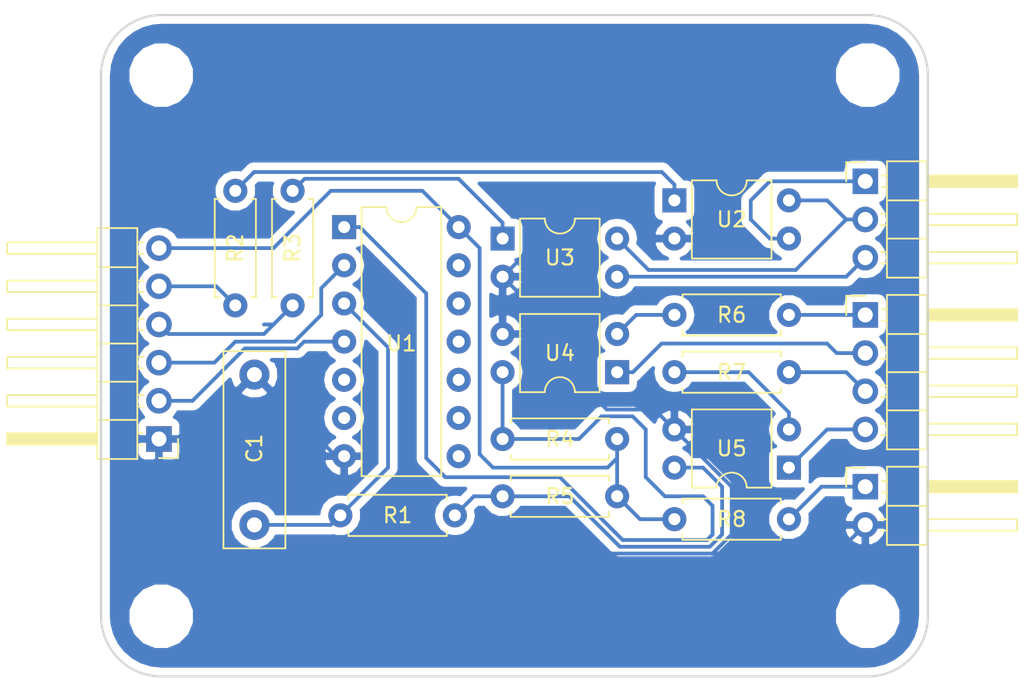
<source format=kicad_pcb>
(kicad_pcb (version 20171130) (host pcbnew 5.0.0-rc2-dev-unknown+dfsg1+20180318-3)

  (general
    (thickness 1.6)
    (drawings 8)
    (tracks 136)
    (zones 0)
    (modules 22)
    (nets 22)
  )

  (page A4)
  (layers
    (0 F.Cu signal)
    (31 B.Cu signal)
    (32 B.Adhes user)
    (33 F.Adhes user)
    (34 B.Paste user)
    (35 F.Paste user)
    (36 B.SilkS user)
    (37 F.SilkS user)
    (38 B.Mask user)
    (39 F.Mask user)
    (40 Dwgs.User user)
    (41 Cmts.User user)
    (42 Eco1.User user)
    (43 Eco2.User user)
    (44 Edge.Cuts user)
    (45 Margin user)
    (46 B.CrtYd user)
    (47 F.CrtYd user)
    (48 B.Fab user)
    (49 F.Fab user)
  )

  (setup
    (last_trace_width 0.25)
    (trace_clearance 0.2)
    (zone_clearance 0.508)
    (zone_45_only no)
    (trace_min 0.2)
    (segment_width 0.2)
    (edge_width 0.15)
    (via_size 0.8)
    (via_drill 0.4)
    (via_min_size 0.4)
    (via_min_drill 0.3)
    (uvia_size 0.3)
    (uvia_drill 0.1)
    (uvias_allowed no)
    (uvia_min_size 0.2)
    (uvia_min_drill 0.1)
    (pcb_text_width 0.3)
    (pcb_text_size 1.5 1.5)
    (mod_edge_width 0.15)
    (mod_text_size 1 1)
    (mod_text_width 0.15)
    (pad_size 1.524 1.524)
    (pad_drill 0.762)
    (pad_to_mask_clearance 0.2)
    (aux_axis_origin 0 0)
    (visible_elements FFFFFF7F)
    (pcbplotparams
      (layerselection 0x010fc_ffffffff)
      (usegerberextensions false)
      (usegerberattributes false)
      (usegerberadvancedattributes false)
      (creategerberjobfile false)
      (excludeedgelayer true)
      (linewidth 0.100000)
      (plotframeref false)
      (viasonmask false)
      (mode 1)
      (useauxorigin false)
      (hpglpennumber 1)
      (hpglpenspeed 20)
      (hpglpendiameter 15)
      (psnegative false)
      (psa4output false)
      (plotreference true)
      (plotvalue true)
      (plotinvisibletext false)
      (padsonsilk false)
      (subtractmaskfromsilk false)
      (outputformat 5)
      (mirror false)
      (drillshape 0)
      (scaleselection 1)
      (outputdirectory ""))
  )

  (net 0 "")
  (net 1 "Net-(C1-Pad1)")
  (net 2 GND)
  (net 3 /UNLOCK)
  (net 4 /BUTTONS+)
  (net 5 /LOCK)
  (net 6 /RED-)
  (net 7 /RED+)
  (net 8 /GREEN-)
  (net 9 /GREEN+)
  (net 10 /GPIO_GREEN)
  (net 11 /GPIO_RED)
  (net 12 /GPIO_LOCK)
  (net 13 /GPIO_UNLOCK)
  (net 14 VCC)
  (net 15 "Net-(R1-Pad2)")
  (net 16 "Net-(R2-Pad1)")
  (net 17 "Net-(R3-Pad1)")
  (net 18 "Net-(R4-Pad1)")
  (net 19 "Net-(R6-Pad2)")
  (net 20 "Net-(R7-Pad2)")
  (net 21 "Net-(J4-Pad1)")

  (net_class Default "This is the default net class."
    (clearance 0.2)
    (trace_width 0.25)
    (via_dia 0.8)
    (via_drill 0.4)
    (uvia_dia 0.3)
    (uvia_drill 0.1)
    (add_net /BUTTONS+)
    (add_net /GPIO_GREEN)
    (add_net /GPIO_LOCK)
    (add_net /GPIO_RED)
    (add_net /GPIO_UNLOCK)
    (add_net /GREEN+)
    (add_net /GREEN-)
    (add_net /LOCK)
    (add_net /RED+)
    (add_net /RED-)
    (add_net /UNLOCK)
    (add_net GND)
    (add_net "Net-(C1-Pad1)")
    (add_net "Net-(J4-Pad1)")
    (add_net "Net-(R1-Pad2)")
    (add_net "Net-(R2-Pad1)")
    (add_net "Net-(R3-Pad1)")
    (add_net "Net-(R4-Pad1)")
    (add_net "Net-(R6-Pad2)")
    (add_net "Net-(R7-Pad2)")
    (add_net VCC)
  )

  (module Connector_PinHeader_2.54mm:PinHeader_1x03_P2.54mm_Horizontal (layer F.Cu) (tedit 5AF95194) (tstamp 5B16E6B3)
    (at 116.84 99.06)
    (descr "Through hole angled pin header, 1x03, 2.54mm pitch, 6mm pin length, single row")
    (tags "Through hole angled pin header THT 1x03 2.54mm single row")
    (path /5AF615BF)
    (fp_text reference J1 (at 2.54 0) (layer F.SilkS) hide
      (effects (font (size 1 1) (thickness 0.15)))
    )
    (fp_text value Conn_01x03 (at 4.385 7.35) (layer F.Fab)
      (effects (font (size 1 1) (thickness 0.15)))
    )
    (fp_line (start 2.135 -1.27) (end 4.04 -1.27) (layer F.Fab) (width 0.1))
    (fp_line (start 4.04 -1.27) (end 4.04 6.35) (layer F.Fab) (width 0.1))
    (fp_line (start 4.04 6.35) (end 1.5 6.35) (layer F.Fab) (width 0.1))
    (fp_line (start 1.5 6.35) (end 1.5 -0.635) (layer F.Fab) (width 0.1))
    (fp_line (start 1.5 -0.635) (end 2.135 -1.27) (layer F.Fab) (width 0.1))
    (fp_line (start -0.32 -0.32) (end 1.5 -0.32) (layer F.Fab) (width 0.1))
    (fp_line (start -0.32 -0.32) (end -0.32 0.32) (layer F.Fab) (width 0.1))
    (fp_line (start -0.32 0.32) (end 1.5 0.32) (layer F.Fab) (width 0.1))
    (fp_line (start 4.04 -0.32) (end 10.04 -0.32) (layer F.Fab) (width 0.1))
    (fp_line (start 10.04 -0.32) (end 10.04 0.32) (layer F.Fab) (width 0.1))
    (fp_line (start 4.04 0.32) (end 10.04 0.32) (layer F.Fab) (width 0.1))
    (fp_line (start -0.32 2.22) (end 1.5 2.22) (layer F.Fab) (width 0.1))
    (fp_line (start -0.32 2.22) (end -0.32 2.86) (layer F.Fab) (width 0.1))
    (fp_line (start -0.32 2.86) (end 1.5 2.86) (layer F.Fab) (width 0.1))
    (fp_line (start 4.04 2.22) (end 10.04 2.22) (layer F.Fab) (width 0.1))
    (fp_line (start 10.04 2.22) (end 10.04 2.86) (layer F.Fab) (width 0.1))
    (fp_line (start 4.04 2.86) (end 10.04 2.86) (layer F.Fab) (width 0.1))
    (fp_line (start -0.32 4.76) (end 1.5 4.76) (layer F.Fab) (width 0.1))
    (fp_line (start -0.32 4.76) (end -0.32 5.4) (layer F.Fab) (width 0.1))
    (fp_line (start -0.32 5.4) (end 1.5 5.4) (layer F.Fab) (width 0.1))
    (fp_line (start 4.04 4.76) (end 10.04 4.76) (layer F.Fab) (width 0.1))
    (fp_line (start 10.04 4.76) (end 10.04 5.4) (layer F.Fab) (width 0.1))
    (fp_line (start 4.04 5.4) (end 10.04 5.4) (layer F.Fab) (width 0.1))
    (fp_line (start 1.44 -1.33) (end 1.44 6.41) (layer F.SilkS) (width 0.12))
    (fp_line (start 1.44 6.41) (end 4.1 6.41) (layer F.SilkS) (width 0.12))
    (fp_line (start 4.1 6.41) (end 4.1 -1.33) (layer F.SilkS) (width 0.12))
    (fp_line (start 4.1 -1.33) (end 1.44 -1.33) (layer F.SilkS) (width 0.12))
    (fp_line (start 4.1 -0.38) (end 10.1 -0.38) (layer F.SilkS) (width 0.12))
    (fp_line (start 10.1 -0.38) (end 10.1 0.38) (layer F.SilkS) (width 0.12))
    (fp_line (start 10.1 0.38) (end 4.1 0.38) (layer F.SilkS) (width 0.12))
    (fp_line (start 4.1 -0.32) (end 10.1 -0.32) (layer F.SilkS) (width 0.12))
    (fp_line (start 4.1 -0.2) (end 10.1 -0.2) (layer F.SilkS) (width 0.12))
    (fp_line (start 4.1 -0.08) (end 10.1 -0.08) (layer F.SilkS) (width 0.12))
    (fp_line (start 4.1 0.04) (end 10.1 0.04) (layer F.SilkS) (width 0.12))
    (fp_line (start 4.1 0.16) (end 10.1 0.16) (layer F.SilkS) (width 0.12))
    (fp_line (start 4.1 0.28) (end 10.1 0.28) (layer F.SilkS) (width 0.12))
    (fp_line (start 1.11 -0.38) (end 1.44 -0.38) (layer F.SilkS) (width 0.12))
    (fp_line (start 1.11 0.38) (end 1.44 0.38) (layer F.SilkS) (width 0.12))
    (fp_line (start 1.44 1.27) (end 4.1 1.27) (layer F.SilkS) (width 0.12))
    (fp_line (start 4.1 2.16) (end 10.1 2.16) (layer F.SilkS) (width 0.12))
    (fp_line (start 10.1 2.16) (end 10.1 2.92) (layer F.SilkS) (width 0.12))
    (fp_line (start 10.1 2.92) (end 4.1 2.92) (layer F.SilkS) (width 0.12))
    (fp_line (start 1.042929 2.16) (end 1.44 2.16) (layer F.SilkS) (width 0.12))
    (fp_line (start 1.042929 2.92) (end 1.44 2.92) (layer F.SilkS) (width 0.12))
    (fp_line (start 1.44 3.81) (end 4.1 3.81) (layer F.SilkS) (width 0.12))
    (fp_line (start 4.1 4.7) (end 10.1 4.7) (layer F.SilkS) (width 0.12))
    (fp_line (start 10.1 4.7) (end 10.1 5.46) (layer F.SilkS) (width 0.12))
    (fp_line (start 10.1 5.46) (end 4.1 5.46) (layer F.SilkS) (width 0.12))
    (fp_line (start 1.042929 4.7) (end 1.44 4.7) (layer F.SilkS) (width 0.12))
    (fp_line (start 1.042929 5.46) (end 1.44 5.46) (layer F.SilkS) (width 0.12))
    (fp_line (start -1.27 0) (end -1.27 -1.27) (layer F.SilkS) (width 0.12))
    (fp_line (start -1.27 -1.27) (end 0 -1.27) (layer F.SilkS) (width 0.12))
    (fp_line (start -1.8 -1.8) (end -1.8 6.85) (layer F.CrtYd) (width 0.05))
    (fp_line (start -1.8 6.85) (end 10.55 6.85) (layer F.CrtYd) (width 0.05))
    (fp_line (start 10.55 6.85) (end 10.55 -1.8) (layer F.CrtYd) (width 0.05))
    (fp_line (start 10.55 -1.8) (end -1.8 -1.8) (layer F.CrtYd) (width 0.05))
    (fp_text user %R (at 2.77 2.54 90) (layer F.Fab)
      (effects (font (size 1 1) (thickness 0.15)))
    )
    (pad 1 thru_hole rect (at 0 0) (size 1.7 1.7) (drill 1) (layers *.Cu *.Mask)
      (net 3 /UNLOCK))
    (pad 2 thru_hole oval (at 0 2.54) (size 1.7 1.7) (drill 1) (layers *.Cu *.Mask)
      (net 4 /BUTTONS+))
    (pad 3 thru_hole oval (at 0 5.08) (size 1.7 1.7) (drill 1) (layers *.Cu *.Mask)
      (net 5 /LOCK))
    (model ${KISYS3DMOD}/Connector_PinHeader_2.54mm.3dshapes/PinHeader_1x03_P2.54mm_Horizontal.wrl
      (at (xyz 0 0 0))
      (scale (xyz 1 1 1))
      (rotate (xyz 0 0 0))
    )
  )

  (module Connector_PinHeader_2.54mm:PinHeader_1x04_P2.54mm_Horizontal (layer F.Cu) (tedit 5AF9518A) (tstamp 5B16E700)
    (at 116.84 107.95)
    (descr "Through hole angled pin header, 1x04, 2.54mm pitch, 6mm pin length, single row")
    (tags "Through hole angled pin header THT 1x04 2.54mm single row")
    (path /5AF61859)
    (fp_text reference J2 (at 2.54 0) (layer F.SilkS) hide
      (effects (font (size 1 1) (thickness 0.15)))
    )
    (fp_text value Conn_01x04 (at 4.385 9.89) (layer F.Fab)
      (effects (font (size 1 1) (thickness 0.15)))
    )
    (fp_line (start 2.135 -1.27) (end 4.04 -1.27) (layer F.Fab) (width 0.1))
    (fp_line (start 4.04 -1.27) (end 4.04 8.89) (layer F.Fab) (width 0.1))
    (fp_line (start 4.04 8.89) (end 1.5 8.89) (layer F.Fab) (width 0.1))
    (fp_line (start 1.5 8.89) (end 1.5 -0.635) (layer F.Fab) (width 0.1))
    (fp_line (start 1.5 -0.635) (end 2.135 -1.27) (layer F.Fab) (width 0.1))
    (fp_line (start -0.32 -0.32) (end 1.5 -0.32) (layer F.Fab) (width 0.1))
    (fp_line (start -0.32 -0.32) (end -0.32 0.32) (layer F.Fab) (width 0.1))
    (fp_line (start -0.32 0.32) (end 1.5 0.32) (layer F.Fab) (width 0.1))
    (fp_line (start 4.04 -0.32) (end 10.04 -0.32) (layer F.Fab) (width 0.1))
    (fp_line (start 10.04 -0.32) (end 10.04 0.32) (layer F.Fab) (width 0.1))
    (fp_line (start 4.04 0.32) (end 10.04 0.32) (layer F.Fab) (width 0.1))
    (fp_line (start -0.32 2.22) (end 1.5 2.22) (layer F.Fab) (width 0.1))
    (fp_line (start -0.32 2.22) (end -0.32 2.86) (layer F.Fab) (width 0.1))
    (fp_line (start -0.32 2.86) (end 1.5 2.86) (layer F.Fab) (width 0.1))
    (fp_line (start 4.04 2.22) (end 10.04 2.22) (layer F.Fab) (width 0.1))
    (fp_line (start 10.04 2.22) (end 10.04 2.86) (layer F.Fab) (width 0.1))
    (fp_line (start 4.04 2.86) (end 10.04 2.86) (layer F.Fab) (width 0.1))
    (fp_line (start -0.32 4.76) (end 1.5 4.76) (layer F.Fab) (width 0.1))
    (fp_line (start -0.32 4.76) (end -0.32 5.4) (layer F.Fab) (width 0.1))
    (fp_line (start -0.32 5.4) (end 1.5 5.4) (layer F.Fab) (width 0.1))
    (fp_line (start 4.04 4.76) (end 10.04 4.76) (layer F.Fab) (width 0.1))
    (fp_line (start 10.04 4.76) (end 10.04 5.4) (layer F.Fab) (width 0.1))
    (fp_line (start 4.04 5.4) (end 10.04 5.4) (layer F.Fab) (width 0.1))
    (fp_line (start -0.32 7.3) (end 1.5 7.3) (layer F.Fab) (width 0.1))
    (fp_line (start -0.32 7.3) (end -0.32 7.94) (layer F.Fab) (width 0.1))
    (fp_line (start -0.32 7.94) (end 1.5 7.94) (layer F.Fab) (width 0.1))
    (fp_line (start 4.04 7.3) (end 10.04 7.3) (layer F.Fab) (width 0.1))
    (fp_line (start 10.04 7.3) (end 10.04 7.94) (layer F.Fab) (width 0.1))
    (fp_line (start 4.04 7.94) (end 10.04 7.94) (layer F.Fab) (width 0.1))
    (fp_line (start 1.44 -1.33) (end 1.44 8.95) (layer F.SilkS) (width 0.12))
    (fp_line (start 1.44 8.95) (end 4.1 8.95) (layer F.SilkS) (width 0.12))
    (fp_line (start 4.1 8.95) (end 4.1 -1.33) (layer F.SilkS) (width 0.12))
    (fp_line (start 4.1 -1.33) (end 1.44 -1.33) (layer F.SilkS) (width 0.12))
    (fp_line (start 4.1 -0.38) (end 10.1 -0.38) (layer F.SilkS) (width 0.12))
    (fp_line (start 10.1 -0.38) (end 10.1 0.38) (layer F.SilkS) (width 0.12))
    (fp_line (start 10.1 0.38) (end 4.1 0.38) (layer F.SilkS) (width 0.12))
    (fp_line (start 4.1 -0.32) (end 10.1 -0.32) (layer F.SilkS) (width 0.12))
    (fp_line (start 4.1 -0.2) (end 10.1 -0.2) (layer F.SilkS) (width 0.12))
    (fp_line (start 4.1 -0.08) (end 10.1 -0.08) (layer F.SilkS) (width 0.12))
    (fp_line (start 4.1 0.04) (end 10.1 0.04) (layer F.SilkS) (width 0.12))
    (fp_line (start 4.1 0.16) (end 10.1 0.16) (layer F.SilkS) (width 0.12))
    (fp_line (start 4.1 0.28) (end 10.1 0.28) (layer F.SilkS) (width 0.12))
    (fp_line (start 1.11 -0.38) (end 1.44 -0.38) (layer F.SilkS) (width 0.12))
    (fp_line (start 1.11 0.38) (end 1.44 0.38) (layer F.SilkS) (width 0.12))
    (fp_line (start 1.44 1.27) (end 4.1 1.27) (layer F.SilkS) (width 0.12))
    (fp_line (start 4.1 2.16) (end 10.1 2.16) (layer F.SilkS) (width 0.12))
    (fp_line (start 10.1 2.16) (end 10.1 2.92) (layer F.SilkS) (width 0.12))
    (fp_line (start 10.1 2.92) (end 4.1 2.92) (layer F.SilkS) (width 0.12))
    (fp_line (start 1.042929 2.16) (end 1.44 2.16) (layer F.SilkS) (width 0.12))
    (fp_line (start 1.042929 2.92) (end 1.44 2.92) (layer F.SilkS) (width 0.12))
    (fp_line (start 1.44 3.81) (end 4.1 3.81) (layer F.SilkS) (width 0.12))
    (fp_line (start 4.1 4.7) (end 10.1 4.7) (layer F.SilkS) (width 0.12))
    (fp_line (start 10.1 4.7) (end 10.1 5.46) (layer F.SilkS) (width 0.12))
    (fp_line (start 10.1 5.46) (end 4.1 5.46) (layer F.SilkS) (width 0.12))
    (fp_line (start 1.042929 4.7) (end 1.44 4.7) (layer F.SilkS) (width 0.12))
    (fp_line (start 1.042929 5.46) (end 1.44 5.46) (layer F.SilkS) (width 0.12))
    (fp_line (start 1.44 6.35) (end 4.1 6.35) (layer F.SilkS) (width 0.12))
    (fp_line (start 4.1 7.24) (end 10.1 7.24) (layer F.SilkS) (width 0.12))
    (fp_line (start 10.1 7.24) (end 10.1 8) (layer F.SilkS) (width 0.12))
    (fp_line (start 10.1 8) (end 4.1 8) (layer F.SilkS) (width 0.12))
    (fp_line (start 1.042929 7.24) (end 1.44 7.24) (layer F.SilkS) (width 0.12))
    (fp_line (start 1.042929 8) (end 1.44 8) (layer F.SilkS) (width 0.12))
    (fp_line (start -1.27 0) (end -1.27 -1.27) (layer F.SilkS) (width 0.12))
    (fp_line (start -1.27 -1.27) (end 0 -1.27) (layer F.SilkS) (width 0.12))
    (fp_line (start -1.8 -1.8) (end -1.8 9.4) (layer F.CrtYd) (width 0.05))
    (fp_line (start -1.8 9.4) (end 10.55 9.4) (layer F.CrtYd) (width 0.05))
    (fp_line (start 10.55 9.4) (end 10.55 -1.8) (layer F.CrtYd) (width 0.05))
    (fp_line (start 10.55 -1.8) (end -1.8 -1.8) (layer F.CrtYd) (width 0.05))
    (fp_text user %R (at 2.77 3.81 90) (layer F.Fab)
      (effects (font (size 1 1) (thickness 0.15)))
    )
    (pad 1 thru_hole rect (at 0 0) (size 1.7 1.7) (drill 1) (layers *.Cu *.Mask)
      (net 6 /RED-))
    (pad 2 thru_hole oval (at 0 2.54) (size 1.7 1.7) (drill 1) (layers *.Cu *.Mask)
      (net 7 /RED+))
    (pad 3 thru_hole oval (at 0 5.08) (size 1.7 1.7) (drill 1) (layers *.Cu *.Mask)
      (net 8 /GREEN-))
    (pad 4 thru_hole oval (at 0 7.62) (size 1.7 1.7) (drill 1) (layers *.Cu *.Mask)
      (net 9 /GREEN+))
    (model ${KISYS3DMOD}/Connector_PinHeader_2.54mm.3dshapes/PinHeader_1x04_P2.54mm_Horizontal.wrl
      (at (xyz 0 0 0))
      (scale (xyz 1 1 1))
      (rotate (xyz 0 0 0))
    )
  )

  (module Connector_PinHeader_2.54mm:PinHeader_1x06_P2.54mm_Horizontal (layer F.Cu) (tedit 5AF951AE) (tstamp 5B0F6E02)
    (at 69.85 116.205 180)
    (descr "Through hole angled pin header, 1x06, 2.54mm pitch, 6mm pin length, single row")
    (tags "Through hole angled pin header THT 1x06 2.54mm single row")
    (path /5AF61E93)
    (fp_text reference J3 (at 2.54 0 180) (layer F.SilkS) hide
      (effects (font (size 1 1) (thickness 0.15)))
    )
    (fp_text value Conn_01x06 (at 4.385 14.97 180) (layer F.Fab)
      (effects (font (size 1 1) (thickness 0.15)))
    )
    (fp_line (start 2.135 -1.27) (end 4.04 -1.27) (layer F.Fab) (width 0.1))
    (fp_line (start 4.04 -1.27) (end 4.04 13.97) (layer F.Fab) (width 0.1))
    (fp_line (start 4.04 13.97) (end 1.5 13.97) (layer F.Fab) (width 0.1))
    (fp_line (start 1.5 13.97) (end 1.5 -0.635) (layer F.Fab) (width 0.1))
    (fp_line (start 1.5 -0.635) (end 2.135 -1.27) (layer F.Fab) (width 0.1))
    (fp_line (start -0.32 -0.32) (end 1.5 -0.32) (layer F.Fab) (width 0.1))
    (fp_line (start -0.32 -0.32) (end -0.32 0.32) (layer F.Fab) (width 0.1))
    (fp_line (start -0.32 0.32) (end 1.5 0.32) (layer F.Fab) (width 0.1))
    (fp_line (start 4.04 -0.32) (end 10.04 -0.32) (layer F.Fab) (width 0.1))
    (fp_line (start 10.04 -0.32) (end 10.04 0.32) (layer F.Fab) (width 0.1))
    (fp_line (start 4.04 0.32) (end 10.04 0.32) (layer F.Fab) (width 0.1))
    (fp_line (start -0.32 2.22) (end 1.5 2.22) (layer F.Fab) (width 0.1))
    (fp_line (start -0.32 2.22) (end -0.32 2.86) (layer F.Fab) (width 0.1))
    (fp_line (start -0.32 2.86) (end 1.5 2.86) (layer F.Fab) (width 0.1))
    (fp_line (start 4.04 2.22) (end 10.04 2.22) (layer F.Fab) (width 0.1))
    (fp_line (start 10.04 2.22) (end 10.04 2.86) (layer F.Fab) (width 0.1))
    (fp_line (start 4.04 2.86) (end 10.04 2.86) (layer F.Fab) (width 0.1))
    (fp_line (start -0.32 4.76) (end 1.5 4.76) (layer F.Fab) (width 0.1))
    (fp_line (start -0.32 4.76) (end -0.32 5.4) (layer F.Fab) (width 0.1))
    (fp_line (start -0.32 5.4) (end 1.5 5.4) (layer F.Fab) (width 0.1))
    (fp_line (start 4.04 4.76) (end 10.04 4.76) (layer F.Fab) (width 0.1))
    (fp_line (start 10.04 4.76) (end 10.04 5.4) (layer F.Fab) (width 0.1))
    (fp_line (start 4.04 5.4) (end 10.04 5.4) (layer F.Fab) (width 0.1))
    (fp_line (start -0.32 7.3) (end 1.5 7.3) (layer F.Fab) (width 0.1))
    (fp_line (start -0.32 7.3) (end -0.32 7.94) (layer F.Fab) (width 0.1))
    (fp_line (start -0.32 7.94) (end 1.5 7.94) (layer F.Fab) (width 0.1))
    (fp_line (start 4.04 7.3) (end 10.04 7.3) (layer F.Fab) (width 0.1))
    (fp_line (start 10.04 7.3) (end 10.04 7.94) (layer F.Fab) (width 0.1))
    (fp_line (start 4.04 7.94) (end 10.04 7.94) (layer F.Fab) (width 0.1))
    (fp_line (start -0.32 9.84) (end 1.5 9.84) (layer F.Fab) (width 0.1))
    (fp_line (start -0.32 9.84) (end -0.32 10.48) (layer F.Fab) (width 0.1))
    (fp_line (start -0.32 10.48) (end 1.5 10.48) (layer F.Fab) (width 0.1))
    (fp_line (start 4.04 9.84) (end 10.04 9.84) (layer F.Fab) (width 0.1))
    (fp_line (start 10.04 9.84) (end 10.04 10.48) (layer F.Fab) (width 0.1))
    (fp_line (start 4.04 10.48) (end 10.04 10.48) (layer F.Fab) (width 0.1))
    (fp_line (start -0.32 12.38) (end 1.5 12.38) (layer F.Fab) (width 0.1))
    (fp_line (start -0.32 12.38) (end -0.32 13.02) (layer F.Fab) (width 0.1))
    (fp_line (start -0.32 13.02) (end 1.5 13.02) (layer F.Fab) (width 0.1))
    (fp_line (start 4.04 12.38) (end 10.04 12.38) (layer F.Fab) (width 0.1))
    (fp_line (start 10.04 12.38) (end 10.04 13.02) (layer F.Fab) (width 0.1))
    (fp_line (start 4.04 13.02) (end 10.04 13.02) (layer F.Fab) (width 0.1))
    (fp_line (start 1.44 -1.33) (end 1.44 14.03) (layer F.SilkS) (width 0.12))
    (fp_line (start 1.44 14.03) (end 4.1 14.03) (layer F.SilkS) (width 0.12))
    (fp_line (start 4.1 14.03) (end 4.1 -1.33) (layer F.SilkS) (width 0.12))
    (fp_line (start 4.1 -1.33) (end 1.44 -1.33) (layer F.SilkS) (width 0.12))
    (fp_line (start 4.1 -0.38) (end 10.1 -0.38) (layer F.SilkS) (width 0.12))
    (fp_line (start 10.1 -0.38) (end 10.1 0.38) (layer F.SilkS) (width 0.12))
    (fp_line (start 10.1 0.38) (end 4.1 0.38) (layer F.SilkS) (width 0.12))
    (fp_line (start 4.1 -0.32) (end 10.1 -0.32) (layer F.SilkS) (width 0.12))
    (fp_line (start 4.1 -0.2) (end 10.1 -0.2) (layer F.SilkS) (width 0.12))
    (fp_line (start 4.1 -0.08) (end 10.1 -0.08) (layer F.SilkS) (width 0.12))
    (fp_line (start 4.1 0.04) (end 10.1 0.04) (layer F.SilkS) (width 0.12))
    (fp_line (start 4.1 0.16) (end 10.1 0.16) (layer F.SilkS) (width 0.12))
    (fp_line (start 4.1 0.28) (end 10.1 0.28) (layer F.SilkS) (width 0.12))
    (fp_line (start 1.11 -0.38) (end 1.44 -0.38) (layer F.SilkS) (width 0.12))
    (fp_line (start 1.11 0.38) (end 1.44 0.38) (layer F.SilkS) (width 0.12))
    (fp_line (start 1.44 1.27) (end 4.1 1.27) (layer F.SilkS) (width 0.12))
    (fp_line (start 4.1 2.16) (end 10.1 2.16) (layer F.SilkS) (width 0.12))
    (fp_line (start 10.1 2.16) (end 10.1 2.92) (layer F.SilkS) (width 0.12))
    (fp_line (start 10.1 2.92) (end 4.1 2.92) (layer F.SilkS) (width 0.12))
    (fp_line (start 1.042929 2.16) (end 1.44 2.16) (layer F.SilkS) (width 0.12))
    (fp_line (start 1.042929 2.92) (end 1.44 2.92) (layer F.SilkS) (width 0.12))
    (fp_line (start 1.44 3.81) (end 4.1 3.81) (layer F.SilkS) (width 0.12))
    (fp_line (start 4.1 4.7) (end 10.1 4.7) (layer F.SilkS) (width 0.12))
    (fp_line (start 10.1 4.7) (end 10.1 5.46) (layer F.SilkS) (width 0.12))
    (fp_line (start 10.1 5.46) (end 4.1 5.46) (layer F.SilkS) (width 0.12))
    (fp_line (start 1.042929 4.7) (end 1.44 4.7) (layer F.SilkS) (width 0.12))
    (fp_line (start 1.042929 5.46) (end 1.44 5.46) (layer F.SilkS) (width 0.12))
    (fp_line (start 1.44 6.35) (end 4.1 6.35) (layer F.SilkS) (width 0.12))
    (fp_line (start 4.1 7.24) (end 10.1 7.24) (layer F.SilkS) (width 0.12))
    (fp_line (start 10.1 7.24) (end 10.1 8) (layer F.SilkS) (width 0.12))
    (fp_line (start 10.1 8) (end 4.1 8) (layer F.SilkS) (width 0.12))
    (fp_line (start 1.042929 7.24) (end 1.44 7.24) (layer F.SilkS) (width 0.12))
    (fp_line (start 1.042929 8) (end 1.44 8) (layer F.SilkS) (width 0.12))
    (fp_line (start 1.44 8.89) (end 4.1 8.89) (layer F.SilkS) (width 0.12))
    (fp_line (start 4.1 9.78) (end 10.1 9.78) (layer F.SilkS) (width 0.12))
    (fp_line (start 10.1 9.78) (end 10.1 10.54) (layer F.SilkS) (width 0.12))
    (fp_line (start 10.1 10.54) (end 4.1 10.54) (layer F.SilkS) (width 0.12))
    (fp_line (start 1.042929 9.78) (end 1.44 9.78) (layer F.SilkS) (width 0.12))
    (fp_line (start 1.042929 10.54) (end 1.44 10.54) (layer F.SilkS) (width 0.12))
    (fp_line (start 1.44 11.43) (end 4.1 11.43) (layer F.SilkS) (width 0.12))
    (fp_line (start 4.1 12.32) (end 10.1 12.32) (layer F.SilkS) (width 0.12))
    (fp_line (start 10.1 12.32) (end 10.1 13.08) (layer F.SilkS) (width 0.12))
    (fp_line (start 10.1 13.08) (end 4.1 13.08) (layer F.SilkS) (width 0.12))
    (fp_line (start 1.042929 12.32) (end 1.44 12.32) (layer F.SilkS) (width 0.12))
    (fp_line (start 1.042929 13.08) (end 1.44 13.08) (layer F.SilkS) (width 0.12))
    (fp_line (start -1.27 0) (end -1.27 -1.27) (layer F.SilkS) (width 0.12))
    (fp_line (start -1.27 -1.27) (end 0 -1.27) (layer F.SilkS) (width 0.12))
    (fp_line (start -1.8 -1.8) (end -1.8 14.5) (layer F.CrtYd) (width 0.05))
    (fp_line (start -1.8 14.5) (end 10.55 14.5) (layer F.CrtYd) (width 0.05))
    (fp_line (start 10.55 14.5) (end 10.55 -1.8) (layer F.CrtYd) (width 0.05))
    (fp_line (start 10.55 -1.8) (end -1.8 -1.8) (layer F.CrtYd) (width 0.05))
    (fp_text user %R (at 2.77 6.35 270) (layer F.Fab)
      (effects (font (size 1 1) (thickness 0.15)))
    )
    (pad 1 thru_hole rect (at 0 0 180) (size 1.7 1.7) (drill 1) (layers *.Cu *.Mask)
      (net 2 GND))
    (pad 2 thru_hole oval (at 0 2.54 180) (size 1.7 1.7) (drill 1) (layers *.Cu *.Mask)
      (net 10 /GPIO_GREEN))
    (pad 3 thru_hole oval (at 0 5.08 180) (size 1.7 1.7) (drill 1) (layers *.Cu *.Mask)
      (net 11 /GPIO_RED))
    (pad 4 thru_hole oval (at 0 7.62 180) (size 1.7 1.7) (drill 1) (layers *.Cu *.Mask)
      (net 12 /GPIO_LOCK))
    (pad 5 thru_hole oval (at 0 10.16 180) (size 1.7 1.7) (drill 1) (layers *.Cu *.Mask)
      (net 13 /GPIO_UNLOCK))
    (pad 6 thru_hole oval (at 0 12.7 180) (size 1.7 1.7) (drill 1) (layers *.Cu *.Mask)
      (net 14 VCC))
    (model ${KISYS3DMOD}/Connector_PinHeader_2.54mm.3dshapes/PinHeader_1x06_P2.54mm_Horizontal.wrl
      (at (xyz 0 0 0))
      (scale (xyz 1 1 1))
      (rotate (xyz 0 0 0))
    )
  )

  (module Package_DIP:DIP-14_W7.62mm (layer F.Cu) (tedit 5A02E8C5) (tstamp 5B16E800)
    (at 82.169 102.108)
    (descr "14-lead though-hole mounted DIP package, row spacing 7.62 mm (300 mils)")
    (tags "THT DIP DIL PDIP 2.54mm 7.62mm 300mil")
    (path /5AF6063C)
    (fp_text reference U1 (at 3.81 7.747) (layer F.SilkS)
      (effects (font (size 1 1) (thickness 0.15)))
    )
    (fp_text value 74HC14 (at 3.81 11.684 90) (layer F.Fab)
      (effects (font (size 1 1) (thickness 0.15)))
    )
    (fp_arc (start 3.81 -1.33) (end 2.81 -1.33) (angle -180) (layer F.SilkS) (width 0.12))
    (fp_line (start 1.635 -1.27) (end 6.985 -1.27) (layer F.Fab) (width 0.1))
    (fp_line (start 6.985 -1.27) (end 6.985 16.51) (layer F.Fab) (width 0.1))
    (fp_line (start 6.985 16.51) (end 0.635 16.51) (layer F.Fab) (width 0.1))
    (fp_line (start 0.635 16.51) (end 0.635 -0.27) (layer F.Fab) (width 0.1))
    (fp_line (start 0.635 -0.27) (end 1.635 -1.27) (layer F.Fab) (width 0.1))
    (fp_line (start 2.81 -1.33) (end 1.16 -1.33) (layer F.SilkS) (width 0.12))
    (fp_line (start 1.16 -1.33) (end 1.16 16.57) (layer F.SilkS) (width 0.12))
    (fp_line (start 1.16 16.57) (end 6.46 16.57) (layer F.SilkS) (width 0.12))
    (fp_line (start 6.46 16.57) (end 6.46 -1.33) (layer F.SilkS) (width 0.12))
    (fp_line (start 6.46 -1.33) (end 4.81 -1.33) (layer F.SilkS) (width 0.12))
    (fp_line (start -1.1 -1.55) (end -1.1 16.8) (layer F.CrtYd) (width 0.05))
    (fp_line (start -1.1 16.8) (end 8.7 16.8) (layer F.CrtYd) (width 0.05))
    (fp_line (start 8.7 16.8) (end 8.7 -1.55) (layer F.CrtYd) (width 0.05))
    (fp_line (start 8.7 -1.55) (end -1.1 -1.55) (layer F.CrtYd) (width 0.05))
    (fp_text user %R (at 3.81 7.62) (layer F.Fab)
      (effects (font (size 1 1) (thickness 0.15)))
    )
    (pad 1 thru_hole rect (at 0 0) (size 1.6 1.6) (drill 0.8) (layers *.Cu *.Mask)
      (net 18 "Net-(R4-Pad1)"))
    (pad 8 thru_hole oval (at 7.62 15.24) (size 1.6 1.6) (drill 0.8) (layers *.Cu *.Mask))
    (pad 2 thru_hole oval (at 0 2.54) (size 1.6 1.6) (drill 0.8) (layers *.Cu *.Mask)
      (net 11 /GPIO_RED))
    (pad 9 thru_hole oval (at 7.62 12.7) (size 1.6 1.6) (drill 0.8) (layers *.Cu *.Mask))
    (pad 3 thru_hole oval (at 0 5.08) (size 1.6 1.6) (drill 0.8) (layers *.Cu *.Mask)
      (net 1 "Net-(C1-Pad1)"))
    (pad 10 thru_hole oval (at 7.62 10.16) (size 1.6 1.6) (drill 0.8) (layers *.Cu *.Mask))
    (pad 4 thru_hole oval (at 0 7.62) (size 1.6 1.6) (drill 0.8) (layers *.Cu *.Mask)
      (net 10 /GPIO_GREEN))
    (pad 11 thru_hole oval (at 7.62 7.62) (size 1.6 1.6) (drill 0.8) (layers *.Cu *.Mask))
    (pad 5 thru_hole oval (at 0 10.16) (size 1.6 1.6) (drill 0.8) (layers *.Cu *.Mask))
    (pad 12 thru_hole oval (at 7.62 5.08) (size 1.6 1.6) (drill 0.8) (layers *.Cu *.Mask))
    (pad 6 thru_hole oval (at 0 12.7) (size 1.6 1.6) (drill 0.8) (layers *.Cu *.Mask))
    (pad 13 thru_hole oval (at 7.62 2.54) (size 1.6 1.6) (drill 0.8) (layers *.Cu *.Mask))
    (pad 7 thru_hole oval (at 0 15.24) (size 1.6 1.6) (drill 0.8) (layers *.Cu *.Mask)
      (net 2 GND))
    (pad 14 thru_hole oval (at 7.62 0) (size 1.6 1.6) (drill 0.8) (layers *.Cu *.Mask)
      (net 14 VCC))
    (model ${KISYS3DMOD}/Package_DIP.3dshapes/DIP-14_W7.62mm.wrl
      (at (xyz 0 0 0))
      (scale (xyz 1 1 1))
      (rotate (xyz 0 0 0))
    )
  )

  (module Package_DIP:DIP-4_W7.62mm (layer F.Cu) (tedit 5A02E8C5) (tstamp 5AF9434E)
    (at 104.14 100.33)
    (descr "4-lead though-hole mounted DIP package, row spacing 7.62 mm (300 mils)")
    (tags "THT DIP DIL PDIP 2.54mm 7.62mm 300mil")
    (path /5AF5927C)
    (fp_text reference U2 (at 3.81 1.27) (layer F.SilkS)
      (effects (font (size 1 1) (thickness 0.15)))
    )
    (fp_text value PC817 (at 3.81 2.54) (layer F.Fab)
      (effects (font (size 1 1) (thickness 0.15)))
    )
    (fp_text user %R (at 3.81 1.27) (layer F.Fab)
      (effects (font (size 1 1) (thickness 0.15)))
    )
    (fp_line (start 8.7 -1.55) (end -1.1 -1.55) (layer F.CrtYd) (width 0.05))
    (fp_line (start 8.7 4.1) (end 8.7 -1.55) (layer F.CrtYd) (width 0.05))
    (fp_line (start -1.1 4.1) (end 8.7 4.1) (layer F.CrtYd) (width 0.05))
    (fp_line (start -1.1 -1.55) (end -1.1 4.1) (layer F.CrtYd) (width 0.05))
    (fp_line (start 6.46 -1.33) (end 4.81 -1.33) (layer F.SilkS) (width 0.12))
    (fp_line (start 6.46 3.87) (end 6.46 -1.33) (layer F.SilkS) (width 0.12))
    (fp_line (start 1.16 3.87) (end 6.46 3.87) (layer F.SilkS) (width 0.12))
    (fp_line (start 1.16 -1.33) (end 1.16 3.87) (layer F.SilkS) (width 0.12))
    (fp_line (start 2.81 -1.33) (end 1.16 -1.33) (layer F.SilkS) (width 0.12))
    (fp_line (start 0.635 -0.27) (end 1.635 -1.27) (layer F.Fab) (width 0.1))
    (fp_line (start 0.635 3.81) (end 0.635 -0.27) (layer F.Fab) (width 0.1))
    (fp_line (start 6.985 3.81) (end 0.635 3.81) (layer F.Fab) (width 0.1))
    (fp_line (start 6.985 -1.27) (end 6.985 3.81) (layer F.Fab) (width 0.1))
    (fp_line (start 1.635 -1.27) (end 6.985 -1.27) (layer F.Fab) (width 0.1))
    (fp_arc (start 3.81 -1.33) (end 2.81 -1.33) (angle -180) (layer F.SilkS) (width 0.12))
    (pad 4 thru_hole oval (at 7.62 0) (size 1.6 1.6) (drill 0.8) (layers *.Cu *.Mask)
      (net 4 /BUTTONS+))
    (pad 2 thru_hole oval (at 0 2.54) (size 1.6 1.6) (drill 0.8) (layers *.Cu *.Mask)
      (net 2 GND))
    (pad 3 thru_hole oval (at 7.62 2.54) (size 1.6 1.6) (drill 0.8) (layers *.Cu *.Mask)
      (net 3 /UNLOCK))
    (pad 1 thru_hole rect (at 0 0) (size 1.6 1.6) (drill 0.8) (layers *.Cu *.Mask)
      (net 16 "Net-(R2-Pad1)"))
    (model ${KISYS3DMOD}/Package_DIP.3dshapes/DIP-4_W7.62mm.wrl
      (at (xyz 0 0 0))
      (scale (xyz 1 1 1))
      (rotate (xyz 0 0 0))
    )
  )

  (module Package_DIP:DIP-4_W7.62mm (layer F.Cu) (tedit 5A02E8C5) (tstamp 5B218DDC)
    (at 92.71 102.87)
    (descr "4-lead though-hole mounted DIP package, row spacing 7.62 mm (300 mils)")
    (tags "THT DIP DIL PDIP 2.54mm 7.62mm 300mil")
    (path /5AF592DE)
    (fp_text reference U3 (at 3.81 1.27) (layer F.SilkS)
      (effects (font (size 1 1) (thickness 0.15)))
    )
    (fp_text value PC817 (at 3.81 2.54) (layer F.Fab)
      (effects (font (size 1 1) (thickness 0.15)))
    )
    (fp_arc (start 3.81 -1.33) (end 2.81 -1.33) (angle -180) (layer F.SilkS) (width 0.12))
    (fp_line (start 1.635 -1.27) (end 6.985 -1.27) (layer F.Fab) (width 0.1))
    (fp_line (start 6.985 -1.27) (end 6.985 3.81) (layer F.Fab) (width 0.1))
    (fp_line (start 6.985 3.81) (end 0.635 3.81) (layer F.Fab) (width 0.1))
    (fp_line (start 0.635 3.81) (end 0.635 -0.27) (layer F.Fab) (width 0.1))
    (fp_line (start 0.635 -0.27) (end 1.635 -1.27) (layer F.Fab) (width 0.1))
    (fp_line (start 2.81 -1.33) (end 1.16 -1.33) (layer F.SilkS) (width 0.12))
    (fp_line (start 1.16 -1.33) (end 1.16 3.87) (layer F.SilkS) (width 0.12))
    (fp_line (start 1.16 3.87) (end 6.46 3.87) (layer F.SilkS) (width 0.12))
    (fp_line (start 6.46 3.87) (end 6.46 -1.33) (layer F.SilkS) (width 0.12))
    (fp_line (start 6.46 -1.33) (end 4.81 -1.33) (layer F.SilkS) (width 0.12))
    (fp_line (start -1.1 -1.55) (end -1.1 4.1) (layer F.CrtYd) (width 0.05))
    (fp_line (start -1.1 4.1) (end 8.7 4.1) (layer F.CrtYd) (width 0.05))
    (fp_line (start 8.7 4.1) (end 8.7 -1.55) (layer F.CrtYd) (width 0.05))
    (fp_line (start 8.7 -1.55) (end -1.1 -1.55) (layer F.CrtYd) (width 0.05))
    (fp_text user %R (at 3.81 1.27) (layer F.Fab)
      (effects (font (size 1 1) (thickness 0.15)))
    )
    (pad 1 thru_hole rect (at 0 0) (size 1.6 1.6) (drill 0.8) (layers *.Cu *.Mask)
      (net 17 "Net-(R3-Pad1)"))
    (pad 3 thru_hole oval (at 7.62 2.54) (size 1.6 1.6) (drill 0.8) (layers *.Cu *.Mask)
      (net 5 /LOCK))
    (pad 2 thru_hole oval (at 0 2.54) (size 1.6 1.6) (drill 0.8) (layers *.Cu *.Mask)
      (net 2 GND))
    (pad 4 thru_hole oval (at 7.62 0) (size 1.6 1.6) (drill 0.8) (layers *.Cu *.Mask)
      (net 4 /BUTTONS+))
    (model ${KISYS3DMOD}/Package_DIP.3dshapes/DIP-4_W7.62mm.wrl
      (at (xyz 0 0 0))
      (scale (xyz 1 1 1))
      (rotate (xyz 0 0 0))
    )
  )

  (module Package_DIP:DIP-4_W7.62mm (layer F.Cu) (tedit 5A02E8C5) (tstamp 5B218B7E)
    (at 100.33 111.76 180)
    (descr "4-lead though-hole mounted DIP package, row spacing 7.62 mm (300 mils)")
    (tags "THT DIP DIL PDIP 2.54mm 7.62mm 300mil")
    (path /5AF5934C)
    (fp_text reference U4 (at 3.81 1.27 180) (layer F.SilkS)
      (effects (font (size 1 1) (thickness 0.15)))
    )
    (fp_text value PC817 (at 3.81 2.54 180) (layer F.Fab)
      (effects (font (size 1 1) (thickness 0.15)))
    )
    (fp_arc (start 3.81 -1.33) (end 2.81 -1.33) (angle -180) (layer F.SilkS) (width 0.12))
    (fp_line (start 1.635 -1.27) (end 6.985 -1.27) (layer F.Fab) (width 0.1))
    (fp_line (start 6.985 -1.27) (end 6.985 3.81) (layer F.Fab) (width 0.1))
    (fp_line (start 6.985 3.81) (end 0.635 3.81) (layer F.Fab) (width 0.1))
    (fp_line (start 0.635 3.81) (end 0.635 -0.27) (layer F.Fab) (width 0.1))
    (fp_line (start 0.635 -0.27) (end 1.635 -1.27) (layer F.Fab) (width 0.1))
    (fp_line (start 2.81 -1.33) (end 1.16 -1.33) (layer F.SilkS) (width 0.12))
    (fp_line (start 1.16 -1.33) (end 1.16 3.87) (layer F.SilkS) (width 0.12))
    (fp_line (start 1.16 3.87) (end 6.46 3.87) (layer F.SilkS) (width 0.12))
    (fp_line (start 6.46 3.87) (end 6.46 -1.33) (layer F.SilkS) (width 0.12))
    (fp_line (start 6.46 -1.33) (end 4.81 -1.33) (layer F.SilkS) (width 0.12))
    (fp_line (start -1.1 -1.55) (end -1.1 4.1) (layer F.CrtYd) (width 0.05))
    (fp_line (start -1.1 4.1) (end 8.7 4.1) (layer F.CrtYd) (width 0.05))
    (fp_line (start 8.7 4.1) (end 8.7 -1.55) (layer F.CrtYd) (width 0.05))
    (fp_line (start 8.7 -1.55) (end -1.1 -1.55) (layer F.CrtYd) (width 0.05))
    (fp_text user %R (at 3.81 1.27 180) (layer F.Fab)
      (effects (font (size 1 1) (thickness 0.15)))
    )
    (pad 1 thru_hole rect (at 0 0 180) (size 1.6 1.6) (drill 0.8) (layers *.Cu *.Mask)
      (net 7 /RED+))
    (pad 3 thru_hole oval (at 7.62 2.54 180) (size 1.6 1.6) (drill 0.8) (layers *.Cu *.Mask)
      (net 2 GND))
    (pad 2 thru_hole oval (at 0 2.54 180) (size 1.6 1.6) (drill 0.8) (layers *.Cu *.Mask)
      (net 19 "Net-(R6-Pad2)"))
    (pad 4 thru_hole oval (at 7.62 0 180) (size 1.6 1.6) (drill 0.8) (layers *.Cu *.Mask)
      (net 18 "Net-(R4-Pad1)"))
    (model ${KISYS3DMOD}/Package_DIP.3dshapes/DIP-4_W7.62mm.wrl
      (at (xyz 0 0 0))
      (scale (xyz 1 1 1))
      (rotate (xyz 0 0 0))
    )
  )

  (module Package_DIP:DIP-4_W7.62mm (layer F.Cu) (tedit 5A02E8C5) (tstamp 5AF95A70)
    (at 111.76 118.11 180)
    (descr "4-lead though-hole mounted DIP package, row spacing 7.62 mm (300 mils)")
    (tags "THT DIP DIL PDIP 2.54mm 7.62mm 300mil")
    (path /5AF593B1)
    (fp_text reference U5 (at 3.81 1.27 180) (layer F.SilkS)
      (effects (font (size 1 1) (thickness 0.15)))
    )
    (fp_text value PC817 (at 3.81 2.54 180) (layer F.Fab)
      (effects (font (size 1 1) (thickness 0.15)))
    )
    (fp_text user %R (at 3.81 1.27 180) (layer F.Fab)
      (effects (font (size 1 1) (thickness 0.15)))
    )
    (fp_line (start 8.7 -1.55) (end -1.1 -1.55) (layer F.CrtYd) (width 0.05))
    (fp_line (start 8.7 4.1) (end 8.7 -1.55) (layer F.CrtYd) (width 0.05))
    (fp_line (start -1.1 4.1) (end 8.7 4.1) (layer F.CrtYd) (width 0.05))
    (fp_line (start -1.1 -1.55) (end -1.1 4.1) (layer F.CrtYd) (width 0.05))
    (fp_line (start 6.46 -1.33) (end 4.81 -1.33) (layer F.SilkS) (width 0.12))
    (fp_line (start 6.46 3.87) (end 6.46 -1.33) (layer F.SilkS) (width 0.12))
    (fp_line (start 1.16 3.87) (end 6.46 3.87) (layer F.SilkS) (width 0.12))
    (fp_line (start 1.16 -1.33) (end 1.16 3.87) (layer F.SilkS) (width 0.12))
    (fp_line (start 2.81 -1.33) (end 1.16 -1.33) (layer F.SilkS) (width 0.12))
    (fp_line (start 0.635 -0.27) (end 1.635 -1.27) (layer F.Fab) (width 0.1))
    (fp_line (start 0.635 3.81) (end 0.635 -0.27) (layer F.Fab) (width 0.1))
    (fp_line (start 6.985 3.81) (end 0.635 3.81) (layer F.Fab) (width 0.1))
    (fp_line (start 6.985 -1.27) (end 6.985 3.81) (layer F.Fab) (width 0.1))
    (fp_line (start 1.635 -1.27) (end 6.985 -1.27) (layer F.Fab) (width 0.1))
    (fp_arc (start 3.81 -1.33) (end 2.81 -1.33) (angle -180) (layer F.SilkS) (width 0.12))
    (pad 4 thru_hole oval (at 7.62 0 180) (size 1.6 1.6) (drill 0.8) (layers *.Cu *.Mask)
      (net 15 "Net-(R1-Pad2)"))
    (pad 2 thru_hole oval (at 0 2.54 180) (size 1.6 1.6) (drill 0.8) (layers *.Cu *.Mask)
      (net 20 "Net-(R7-Pad2)"))
    (pad 3 thru_hole oval (at 7.62 2.54 180) (size 1.6 1.6) (drill 0.8) (layers *.Cu *.Mask)
      (net 2 GND))
    (pad 1 thru_hole rect (at 0 0 180) (size 1.6 1.6) (drill 0.8) (layers *.Cu *.Mask)
      (net 9 /GREEN+))
    (model ${KISYS3DMOD}/Package_DIP.3dshapes/DIP-4_W7.62mm.wrl
      (at (xyz 0 0 0))
      (scale (xyz 1 1 1))
      (rotate (xyz 0 0 0))
    )
  )

  (module Resistor_THT:R_Axial_DIN0207_L6.3mm_D2.5mm_P7.62mm_Horizontal (layer F.Cu) (tedit 5A24F4B6) (tstamp 5AF9478B)
    (at 81.915 121.285)
    (descr "Resistor, Axial_DIN0207 series, Axial, Horizontal, pin pitch=7.62mm, 0.25W = 1/4W, length*diameter=6.3*2.5mm^2, http://cdn-reichelt.de/documents/datenblatt/B400/1_4W%23YAG.pdf")
    (tags "Resistor Axial_DIN0207 series Axial Horizontal pin pitch 7.62mm 0.25W = 1/4W length 6.3mm diameter 2.5mm")
    (path /5AF61092)
    (fp_text reference R1 (at 3.81 0) (layer F.SilkS)
      (effects (font (size 1 1) (thickness 0.15)))
    )
    (fp_text value 33K (at 3.81 2.37) (layer F.Fab)
      (effects (font (size 1 1) (thickness 0.15)))
    )
    (fp_line (start 0.66 -1.25) (end 0.66 1.25) (layer F.Fab) (width 0.1))
    (fp_line (start 0.66 1.25) (end 6.96 1.25) (layer F.Fab) (width 0.1))
    (fp_line (start 6.96 1.25) (end 6.96 -1.25) (layer F.Fab) (width 0.1))
    (fp_line (start 6.96 -1.25) (end 0.66 -1.25) (layer F.Fab) (width 0.1))
    (fp_line (start 0 0) (end 0.66 0) (layer F.Fab) (width 0.1))
    (fp_line (start 7.62 0) (end 6.96 0) (layer F.Fab) (width 0.1))
    (fp_line (start 0.54 -1.04) (end 0.54 -1.37) (layer F.SilkS) (width 0.12))
    (fp_line (start 0.54 -1.37) (end 7.08 -1.37) (layer F.SilkS) (width 0.12))
    (fp_line (start 7.08 -1.37) (end 7.08 -1.04) (layer F.SilkS) (width 0.12))
    (fp_line (start 0.54 1.04) (end 0.54 1.37) (layer F.SilkS) (width 0.12))
    (fp_line (start 0.54 1.37) (end 7.08 1.37) (layer F.SilkS) (width 0.12))
    (fp_line (start 7.08 1.37) (end 7.08 1.04) (layer F.SilkS) (width 0.12))
    (fp_line (start -1.05 -1.65) (end -1.05 1.65) (layer F.CrtYd) (width 0.05))
    (fp_line (start -1.05 1.65) (end 8.7 1.65) (layer F.CrtYd) (width 0.05))
    (fp_line (start 8.7 1.65) (end 8.7 -1.65) (layer F.CrtYd) (width 0.05))
    (fp_line (start 8.7 -1.65) (end -1.05 -1.65) (layer F.CrtYd) (width 0.05))
    (fp_text user %R (at 3.81 0) (layer F.Fab)
      (effects (font (size 1 1) (thickness 0.15)))
    )
    (pad 1 thru_hole circle (at 0 0) (size 1.6 1.6) (drill 0.8) (layers *.Cu *.Mask)
      (net 1 "Net-(C1-Pad1)"))
    (pad 2 thru_hole oval (at 7.62 0) (size 1.6 1.6) (drill 0.8) (layers *.Cu *.Mask)
      (net 15 "Net-(R1-Pad2)"))
    (model ${KISYS3DMOD}/Resistor_THT.3dshapes/R_Axial_DIN0207_L6.3mm_D2.5mm_P7.62mm_Horizontal.wrl
      (at (xyz 0 0 0))
      (scale (xyz 1 1 1))
      (rotate (xyz 0 0 0))
    )
  )

  (module Resistor_THT:R_Axial_DIN0207_L6.3mm_D2.5mm_P7.62mm_Horizontal (layer F.Cu) (tedit 5A24F4B6) (tstamp 5AF94539)
    (at 74.93 99.695 270)
    (descr "Resistor, Axial_DIN0207 series, Axial, Horizontal, pin pitch=7.62mm, 0.25W = 1/4W, length*diameter=6.3*2.5mm^2, http://cdn-reichelt.de/documents/datenblatt/B400/1_4W%23YAG.pdf")
    (tags "Resistor Axial_DIN0207 series Axial Horizontal pin pitch 7.62mm 0.25W = 1/4W length 6.3mm diameter 2.5mm")
    (path /5AF59400)
    (fp_text reference R2 (at 3.81 0 270) (layer F.SilkS)
      (effects (font (size 1 1) (thickness 0.15)))
    )
    (fp_text value 1K (at 5.715 0 270) (layer F.Fab)
      (effects (font (size 1 1) (thickness 0.15)))
    )
    (fp_line (start 0.66 -1.25) (end 0.66 1.25) (layer F.Fab) (width 0.1))
    (fp_line (start 0.66 1.25) (end 6.96 1.25) (layer F.Fab) (width 0.1))
    (fp_line (start 6.96 1.25) (end 6.96 -1.25) (layer F.Fab) (width 0.1))
    (fp_line (start 6.96 -1.25) (end 0.66 -1.25) (layer F.Fab) (width 0.1))
    (fp_line (start 0 0) (end 0.66 0) (layer F.Fab) (width 0.1))
    (fp_line (start 7.62 0) (end 6.96 0) (layer F.Fab) (width 0.1))
    (fp_line (start 0.54 -1.04) (end 0.54 -1.37) (layer F.SilkS) (width 0.12))
    (fp_line (start 0.54 -1.37) (end 7.08 -1.37) (layer F.SilkS) (width 0.12))
    (fp_line (start 7.08 -1.37) (end 7.08 -1.04) (layer F.SilkS) (width 0.12))
    (fp_line (start 0.54 1.04) (end 0.54 1.37) (layer F.SilkS) (width 0.12))
    (fp_line (start 0.54 1.37) (end 7.08 1.37) (layer F.SilkS) (width 0.12))
    (fp_line (start 7.08 1.37) (end 7.08 1.04) (layer F.SilkS) (width 0.12))
    (fp_line (start -1.05 -1.65) (end -1.05 1.65) (layer F.CrtYd) (width 0.05))
    (fp_line (start -1.05 1.65) (end 8.7 1.65) (layer F.CrtYd) (width 0.05))
    (fp_line (start 8.7 1.65) (end 8.7 -1.65) (layer F.CrtYd) (width 0.05))
    (fp_line (start 8.7 -1.65) (end -1.05 -1.65) (layer F.CrtYd) (width 0.05))
    (fp_text user %R (at 3.81 0 270) (layer F.Fab)
      (effects (font (size 1 1) (thickness 0.15)))
    )
    (pad 1 thru_hole circle (at 0 0 270) (size 1.6 1.6) (drill 0.8) (layers *.Cu *.Mask)
      (net 16 "Net-(R2-Pad1)"))
    (pad 2 thru_hole oval (at 7.62 0 270) (size 1.6 1.6) (drill 0.8) (layers *.Cu *.Mask)
      (net 13 /GPIO_UNLOCK))
    (model ${KISYS3DMOD}/Resistor_THT.3dshapes/R_Axial_DIN0207_L6.3mm_D2.5mm_P7.62mm_Horizontal.wrl
      (at (xyz 0 0 0))
      (scale (xyz 1 1 1))
      (rotate (xyz 0 0 0))
    )
  )

  (module Resistor_THT:R_Axial_DIN0207_L6.3mm_D2.5mm_P7.62mm_Horizontal (layer F.Cu) (tedit 5A24F4B6) (tstamp 5B1A188B)
    (at 78.74 99.695 270)
    (descr "Resistor, Axial_DIN0207 series, Axial, Horizontal, pin pitch=7.62mm, 0.25W = 1/4W, length*diameter=6.3*2.5mm^2, http://cdn-reichelt.de/documents/datenblatt/B400/1_4W%23YAG.pdf")
    (tags "Resistor Axial_DIN0207 series Axial Horizontal pin pitch 7.62mm 0.25W = 1/4W length 6.3mm diameter 2.5mm")
    (path /5AF59445)
    (fp_text reference R3 (at 3.81 0 270) (layer F.SilkS)
      (effects (font (size 1 1) (thickness 0.15)))
    )
    (fp_text value 1K (at 5.715 0 270) (layer F.Fab)
      (effects (font (size 1 1) (thickness 0.15)))
    )
    (fp_text user %R (at 3.81 0 270) (layer F.Fab)
      (effects (font (size 1 1) (thickness 0.15)))
    )
    (fp_line (start 8.7 -1.65) (end -1.05 -1.65) (layer F.CrtYd) (width 0.05))
    (fp_line (start 8.7 1.65) (end 8.7 -1.65) (layer F.CrtYd) (width 0.05))
    (fp_line (start -1.05 1.65) (end 8.7 1.65) (layer F.CrtYd) (width 0.05))
    (fp_line (start -1.05 -1.65) (end -1.05 1.65) (layer F.CrtYd) (width 0.05))
    (fp_line (start 7.08 1.37) (end 7.08 1.04) (layer F.SilkS) (width 0.12))
    (fp_line (start 0.54 1.37) (end 7.08 1.37) (layer F.SilkS) (width 0.12))
    (fp_line (start 0.54 1.04) (end 0.54 1.37) (layer F.SilkS) (width 0.12))
    (fp_line (start 7.08 -1.37) (end 7.08 -1.04) (layer F.SilkS) (width 0.12))
    (fp_line (start 0.54 -1.37) (end 7.08 -1.37) (layer F.SilkS) (width 0.12))
    (fp_line (start 0.54 -1.04) (end 0.54 -1.37) (layer F.SilkS) (width 0.12))
    (fp_line (start 7.62 0) (end 6.96 0) (layer F.Fab) (width 0.1))
    (fp_line (start 0 0) (end 0.66 0) (layer F.Fab) (width 0.1))
    (fp_line (start 6.96 -1.25) (end 0.66 -1.25) (layer F.Fab) (width 0.1))
    (fp_line (start 6.96 1.25) (end 6.96 -1.25) (layer F.Fab) (width 0.1))
    (fp_line (start 0.66 1.25) (end 6.96 1.25) (layer F.Fab) (width 0.1))
    (fp_line (start 0.66 -1.25) (end 0.66 1.25) (layer F.Fab) (width 0.1))
    (pad 2 thru_hole oval (at 7.62 0 270) (size 1.6 1.6) (drill 0.8) (layers *.Cu *.Mask)
      (net 12 /GPIO_LOCK))
    (pad 1 thru_hole circle (at 0 0 270) (size 1.6 1.6) (drill 0.8) (layers *.Cu *.Mask)
      (net 17 "Net-(R3-Pad1)"))
    (model ${KISYS3DMOD}/Resistor_THT.3dshapes/R_Axial_DIN0207_L6.3mm_D2.5mm_P7.62mm_Horizontal.wrl
      (at (xyz 0 0 0))
      (scale (xyz 1 1 1))
      (rotate (xyz 0 0 0))
    )
  )

  (module Resistor_THT:R_Axial_DIN0207_L6.3mm_D2.5mm_P7.62mm_Horizontal (layer F.Cu) (tedit 5A24F4B6) (tstamp 5AF94446)
    (at 92.71 116.205)
    (descr "Resistor, Axial_DIN0207 series, Axial, Horizontal, pin pitch=7.62mm, 0.25W = 1/4W, length*diameter=6.3*2.5mm^2, http://cdn-reichelt.de/documents/datenblatt/B400/1_4W%23YAG.pdf")
    (tags "Resistor Axial_DIN0207 series Axial Horizontal pin pitch 7.62mm 0.25W = 1/4W length 6.3mm diameter 2.5mm")
    (path /5AF5FFEF)
    (fp_text reference R4 (at 3.81 0) (layer F.SilkS)
      (effects (font (size 1 1) (thickness 0.15)))
    )
    (fp_text value 1K (at 5.715 0) (layer F.Fab)
      (effects (font (size 1 1) (thickness 0.15)))
    )
    (fp_line (start 0.66 -1.25) (end 0.66 1.25) (layer F.Fab) (width 0.1))
    (fp_line (start 0.66 1.25) (end 6.96 1.25) (layer F.Fab) (width 0.1))
    (fp_line (start 6.96 1.25) (end 6.96 -1.25) (layer F.Fab) (width 0.1))
    (fp_line (start 6.96 -1.25) (end 0.66 -1.25) (layer F.Fab) (width 0.1))
    (fp_line (start 0 0) (end 0.66 0) (layer F.Fab) (width 0.1))
    (fp_line (start 7.62 0) (end 6.96 0) (layer F.Fab) (width 0.1))
    (fp_line (start 0.54 -1.04) (end 0.54 -1.37) (layer F.SilkS) (width 0.12))
    (fp_line (start 0.54 -1.37) (end 7.08 -1.37) (layer F.SilkS) (width 0.12))
    (fp_line (start 7.08 -1.37) (end 7.08 -1.04) (layer F.SilkS) (width 0.12))
    (fp_line (start 0.54 1.04) (end 0.54 1.37) (layer F.SilkS) (width 0.12))
    (fp_line (start 0.54 1.37) (end 7.08 1.37) (layer F.SilkS) (width 0.12))
    (fp_line (start 7.08 1.37) (end 7.08 1.04) (layer F.SilkS) (width 0.12))
    (fp_line (start -1.05 -1.65) (end -1.05 1.65) (layer F.CrtYd) (width 0.05))
    (fp_line (start -1.05 1.65) (end 8.7 1.65) (layer F.CrtYd) (width 0.05))
    (fp_line (start 8.7 1.65) (end 8.7 -1.65) (layer F.CrtYd) (width 0.05))
    (fp_line (start 8.7 -1.65) (end -1.05 -1.65) (layer F.CrtYd) (width 0.05))
    (fp_text user %R (at 3.81 0) (layer F.Fab)
      (effects (font (size 1 1) (thickness 0.15)))
    )
    (pad 1 thru_hole circle (at 0 0) (size 1.6 1.6) (drill 0.8) (layers *.Cu *.Mask)
      (net 18 "Net-(R4-Pad1)"))
    (pad 2 thru_hole oval (at 7.62 0) (size 1.6 1.6) (drill 0.8) (layers *.Cu *.Mask)
      (net 14 VCC))
    (model ${KISYS3DMOD}/Resistor_THT.3dshapes/R_Axial_DIN0207_L6.3mm_D2.5mm_P7.62mm_Horizontal.wrl
      (at (xyz 0 0 0))
      (scale (xyz 1 1 1))
      (rotate (xyz 0 0 0))
    )
  )

  (module Resistor_THT:R_Axial_DIN0207_L6.3mm_D2.5mm_P7.62mm_Horizontal (layer F.Cu) (tedit 5A24F4B6) (tstamp 5AF94878)
    (at 92.71 120.015)
    (descr "Resistor, Axial_DIN0207 series, Axial, Horizontal, pin pitch=7.62mm, 0.25W = 1/4W, length*diameter=6.3*2.5mm^2, http://cdn-reichelt.de/documents/datenblatt/B400/1_4W%23YAG.pdf")
    (tags "Resistor Axial_DIN0207 series Axial Horizontal pin pitch 7.62mm 0.25W = 1/4W length 6.3mm diameter 2.5mm")
    (path /5AF6018A)
    (fp_text reference R5 (at 3.81 0) (layer F.SilkS)
      (effects (font (size 1 1) (thickness 0.15)))
    )
    (fp_text value 1K (at 5.715 0) (layer F.Fab)
      (effects (font (size 1 1) (thickness 0.15)))
    )
    (fp_text user %R (at 3.81 0) (layer F.Fab)
      (effects (font (size 1 1) (thickness 0.15)))
    )
    (fp_line (start 8.7 -1.65) (end -1.05 -1.65) (layer F.CrtYd) (width 0.05))
    (fp_line (start 8.7 1.65) (end 8.7 -1.65) (layer F.CrtYd) (width 0.05))
    (fp_line (start -1.05 1.65) (end 8.7 1.65) (layer F.CrtYd) (width 0.05))
    (fp_line (start -1.05 -1.65) (end -1.05 1.65) (layer F.CrtYd) (width 0.05))
    (fp_line (start 7.08 1.37) (end 7.08 1.04) (layer F.SilkS) (width 0.12))
    (fp_line (start 0.54 1.37) (end 7.08 1.37) (layer F.SilkS) (width 0.12))
    (fp_line (start 0.54 1.04) (end 0.54 1.37) (layer F.SilkS) (width 0.12))
    (fp_line (start 7.08 -1.37) (end 7.08 -1.04) (layer F.SilkS) (width 0.12))
    (fp_line (start 0.54 -1.37) (end 7.08 -1.37) (layer F.SilkS) (width 0.12))
    (fp_line (start 0.54 -1.04) (end 0.54 -1.37) (layer F.SilkS) (width 0.12))
    (fp_line (start 7.62 0) (end 6.96 0) (layer F.Fab) (width 0.1))
    (fp_line (start 0 0) (end 0.66 0) (layer F.Fab) (width 0.1))
    (fp_line (start 6.96 -1.25) (end 0.66 -1.25) (layer F.Fab) (width 0.1))
    (fp_line (start 6.96 1.25) (end 6.96 -1.25) (layer F.Fab) (width 0.1))
    (fp_line (start 0.66 1.25) (end 6.96 1.25) (layer F.Fab) (width 0.1))
    (fp_line (start 0.66 -1.25) (end 0.66 1.25) (layer F.Fab) (width 0.1))
    (pad 2 thru_hole oval (at 7.62 0) (size 1.6 1.6) (drill 0.8) (layers *.Cu *.Mask)
      (net 14 VCC))
    (pad 1 thru_hole circle (at 0 0) (size 1.6 1.6) (drill 0.8) (layers *.Cu *.Mask)
      (net 15 "Net-(R1-Pad2)"))
    (model ${KISYS3DMOD}/Resistor_THT.3dshapes/R_Axial_DIN0207_L6.3mm_D2.5mm_P7.62mm_Horizontal.wrl
      (at (xyz 0 0 0))
      (scale (xyz 1 1 1))
      (rotate (xyz 0 0 0))
    )
  )

  (module Resistor_THT:R_Axial_DIN0207_L6.3mm_D2.5mm_P7.62mm_Horizontal (layer F.Cu) (tedit 5A24F4B6) (tstamp 5AF940F6)
    (at 111.76 107.95 180)
    (descr "Resistor, Axial_DIN0207 series, Axial, Horizontal, pin pitch=7.62mm, 0.25W = 1/4W, length*diameter=6.3*2.5mm^2, http://cdn-reichelt.de/documents/datenblatt/B400/1_4W%23YAG.pdf")
    (tags "Resistor Axial_DIN0207 series Axial Horizontal pin pitch 7.62mm 0.25W = 1/4W length 6.3mm diameter 2.5mm")
    (path /5AF59475)
    (fp_text reference R6 (at 3.81 0 180) (layer F.SilkS)
      (effects (font (size 1 1) (thickness 0.15)))
    )
    (fp_text value 82 (at 1.905 0 180) (layer F.Fab)
      (effects (font (size 1 1) (thickness 0.15)))
    )
    (fp_line (start 0.66 -1.25) (end 0.66 1.25) (layer F.Fab) (width 0.1))
    (fp_line (start 0.66 1.25) (end 6.96 1.25) (layer F.Fab) (width 0.1))
    (fp_line (start 6.96 1.25) (end 6.96 -1.25) (layer F.Fab) (width 0.1))
    (fp_line (start 6.96 -1.25) (end 0.66 -1.25) (layer F.Fab) (width 0.1))
    (fp_line (start 0 0) (end 0.66 0) (layer F.Fab) (width 0.1))
    (fp_line (start 7.62 0) (end 6.96 0) (layer F.Fab) (width 0.1))
    (fp_line (start 0.54 -1.04) (end 0.54 -1.37) (layer F.SilkS) (width 0.12))
    (fp_line (start 0.54 -1.37) (end 7.08 -1.37) (layer F.SilkS) (width 0.12))
    (fp_line (start 7.08 -1.37) (end 7.08 -1.04) (layer F.SilkS) (width 0.12))
    (fp_line (start 0.54 1.04) (end 0.54 1.37) (layer F.SilkS) (width 0.12))
    (fp_line (start 0.54 1.37) (end 7.08 1.37) (layer F.SilkS) (width 0.12))
    (fp_line (start 7.08 1.37) (end 7.08 1.04) (layer F.SilkS) (width 0.12))
    (fp_line (start -1.05 -1.65) (end -1.05 1.65) (layer F.CrtYd) (width 0.05))
    (fp_line (start -1.05 1.65) (end 8.7 1.65) (layer F.CrtYd) (width 0.05))
    (fp_line (start 8.7 1.65) (end 8.7 -1.65) (layer F.CrtYd) (width 0.05))
    (fp_line (start 8.7 -1.65) (end -1.05 -1.65) (layer F.CrtYd) (width 0.05))
    (fp_text user %R (at 3.81 0 180) (layer F.Fab)
      (effects (font (size 1 1) (thickness 0.15)))
    )
    (pad 1 thru_hole circle (at 0 0 180) (size 1.6 1.6) (drill 0.8) (layers *.Cu *.Mask)
      (net 6 /RED-))
    (pad 2 thru_hole oval (at 7.62 0 180) (size 1.6 1.6) (drill 0.8) (layers *.Cu *.Mask)
      (net 19 "Net-(R6-Pad2)"))
    (model ${KISYS3DMOD}/Resistor_THT.3dshapes/R_Axial_DIN0207_L6.3mm_D2.5mm_P7.62mm_Horizontal.wrl
      (at (xyz 0 0 0))
      (scale (xyz 1 1 1))
      (rotate (xyz 0 0 0))
    )
  )

  (module Resistor_THT:R_Axial_DIN0207_L6.3mm_D2.5mm_P7.62mm_Horizontal (layer F.Cu) (tedit 5A24F4B6) (tstamp 5B21887D)
    (at 111.76 111.76 180)
    (descr "Resistor, Axial_DIN0207 series, Axial, Horizontal, pin pitch=7.62mm, 0.25W = 1/4W, length*diameter=6.3*2.5mm^2, http://cdn-reichelt.de/documents/datenblatt/B400/1_4W%23YAG.pdf")
    (tags "Resistor Axial_DIN0207 series Axial Horizontal pin pitch 7.62mm 0.25W = 1/4W length 6.3mm diameter 2.5mm")
    (path /5AF594D0)
    (fp_text reference R7 (at 3.81 0 180) (layer F.SilkS)
      (effects (font (size 1 1) (thickness 0.15)))
    )
    (fp_text value 82 (at 1.905 0 180) (layer F.Fab)
      (effects (font (size 1 1) (thickness 0.15)))
    )
    (fp_text user %R (at 3.81 0 180) (layer F.Fab)
      (effects (font (size 1 1) (thickness 0.15)))
    )
    (fp_line (start 8.7 -1.65) (end -1.05 -1.65) (layer F.CrtYd) (width 0.05))
    (fp_line (start 8.7 1.65) (end 8.7 -1.65) (layer F.CrtYd) (width 0.05))
    (fp_line (start -1.05 1.65) (end 8.7 1.65) (layer F.CrtYd) (width 0.05))
    (fp_line (start -1.05 -1.65) (end -1.05 1.65) (layer F.CrtYd) (width 0.05))
    (fp_line (start 7.08 1.37) (end 7.08 1.04) (layer F.SilkS) (width 0.12))
    (fp_line (start 0.54 1.37) (end 7.08 1.37) (layer F.SilkS) (width 0.12))
    (fp_line (start 0.54 1.04) (end 0.54 1.37) (layer F.SilkS) (width 0.12))
    (fp_line (start 7.08 -1.37) (end 7.08 -1.04) (layer F.SilkS) (width 0.12))
    (fp_line (start 0.54 -1.37) (end 7.08 -1.37) (layer F.SilkS) (width 0.12))
    (fp_line (start 0.54 -1.04) (end 0.54 -1.37) (layer F.SilkS) (width 0.12))
    (fp_line (start 7.62 0) (end 6.96 0) (layer F.Fab) (width 0.1))
    (fp_line (start 0 0) (end 0.66 0) (layer F.Fab) (width 0.1))
    (fp_line (start 6.96 -1.25) (end 0.66 -1.25) (layer F.Fab) (width 0.1))
    (fp_line (start 6.96 1.25) (end 6.96 -1.25) (layer F.Fab) (width 0.1))
    (fp_line (start 0.66 1.25) (end 6.96 1.25) (layer F.Fab) (width 0.1))
    (fp_line (start 0.66 -1.25) (end 0.66 1.25) (layer F.Fab) (width 0.1))
    (pad 2 thru_hole oval (at 7.62 0 180) (size 1.6 1.6) (drill 0.8) (layers *.Cu *.Mask)
      (net 20 "Net-(R7-Pad2)"))
    (pad 1 thru_hole circle (at 0 0 180) (size 1.6 1.6) (drill 0.8) (layers *.Cu *.Mask)
      (net 8 /GREEN-))
    (model ${KISYS3DMOD}/Resistor_THT.3dshapes/R_Axial_DIN0207_L6.3mm_D2.5mm_P7.62mm_Horizontal.wrl
      (at (xyz 0 0 0))
      (scale (xyz 1 1 1))
      (rotate (xyz 0 0 0))
    )
  )

  (module Capacitor_THT:C_Rect_L13.0mm_W4.0mm_P10.00mm_FKS3_FKP3_MKS4 (layer F.Cu) (tedit 5A142A3B) (tstamp 5B2191E8)
    (at 76.2 121.92 90)
    (descr "C, Rect series, Radial, pin pitch=10.00mm, length*width=13*4mm^2, Capacitor, http://www.wima.com/EN/WIMA_FKS_3.pdf, http://www.wima.com/EN/WIMA_MKS_4.pdf")
    (tags "C Rect series Radial pin pitch 10.00mm  length 13mm width 4mm Capacitor")
    (path /5AF61199)
    (fp_text reference C1 (at 5.08 0 90) (layer F.SilkS)
      (effects (font (size 1 1) (thickness 0.15)))
    )
    (fp_text value 47nF (at 2.794 1.27 90) (layer F.Fab)
      (effects (font (size 1 1) (thickness 0.15)))
    )
    (fp_line (start -1.5 -2) (end -1.5 2) (layer F.Fab) (width 0.1))
    (fp_line (start -1.5 2) (end 11.5 2) (layer F.Fab) (width 0.1))
    (fp_line (start 11.5 2) (end 11.5 -2) (layer F.Fab) (width 0.1))
    (fp_line (start 11.5 -2) (end -1.5 -2) (layer F.Fab) (width 0.1))
    (fp_line (start -1.56 -2.06) (end 11.56 -2.06) (layer F.SilkS) (width 0.12))
    (fp_line (start -1.56 2.06) (end 11.56 2.06) (layer F.SilkS) (width 0.12))
    (fp_line (start -1.56 -2.06) (end -1.56 2.06) (layer F.SilkS) (width 0.12))
    (fp_line (start 11.56 -2.06) (end 11.56 2.06) (layer F.SilkS) (width 0.12))
    (fp_line (start -1.85 -2.35) (end -1.85 2.35) (layer F.CrtYd) (width 0.05))
    (fp_line (start -1.85 2.35) (end 11.85 2.35) (layer F.CrtYd) (width 0.05))
    (fp_line (start 11.85 2.35) (end 11.85 -2.35) (layer F.CrtYd) (width 0.05))
    (fp_line (start 11.85 -2.35) (end -1.85 -2.35) (layer F.CrtYd) (width 0.05))
    (fp_text user %R (at 5 0 90) (layer F.Fab)
      (effects (font (size 1 1) (thickness 0.15)))
    )
    (pad 1 thru_hole circle (at 0 0 90) (size 2 2) (drill 1) (layers *.Cu *.Mask)
      (net 1 "Net-(C1-Pad1)"))
    (pad 2 thru_hole circle (at 10 0 90) (size 2 2) (drill 1) (layers *.Cu *.Mask)
      (net 2 GND))
    (model ${KISYS3DMOD}/Capacitor_THT.3dshapes/C_Rect_L13.0mm_W4.0mm_P10.00mm_FKS3_FKP3_MKS4.wrl
      (at (xyz 0 0 0))
      (scale (xyz 1 1 1))
      (rotate (xyz 0 0 0))
    )
  )

  (module Connector_PinHeader_2.54mm:PinHeader_1x02_P2.54mm_Horizontal (layer F.Cu) (tedit 5AF9517E) (tstamp 5B04E56B)
    (at 116.84 119.38)
    (descr "Through hole angled pin header, 1x02, 2.54mm pitch, 6mm pin length, single row")
    (tags "Through hole angled pin header THT 1x02 2.54mm single row")
    (path /5AF979AB)
    (fp_text reference J4 (at 2.54 0) (layer F.SilkS) hide
      (effects (font (size 1 1) (thickness 0.15)))
    )
    (fp_text value Conn_01x02 (at 4.385 4.81) (layer F.Fab)
      (effects (font (size 1 1) (thickness 0.15)))
    )
    (fp_line (start 2.135 -1.27) (end 4.04 -1.27) (layer F.Fab) (width 0.1))
    (fp_line (start 4.04 -1.27) (end 4.04 3.81) (layer F.Fab) (width 0.1))
    (fp_line (start 4.04 3.81) (end 1.5 3.81) (layer F.Fab) (width 0.1))
    (fp_line (start 1.5 3.81) (end 1.5 -0.635) (layer F.Fab) (width 0.1))
    (fp_line (start 1.5 -0.635) (end 2.135 -1.27) (layer F.Fab) (width 0.1))
    (fp_line (start -0.32 -0.32) (end 1.5 -0.32) (layer F.Fab) (width 0.1))
    (fp_line (start -0.32 -0.32) (end -0.32 0.32) (layer F.Fab) (width 0.1))
    (fp_line (start -0.32 0.32) (end 1.5 0.32) (layer F.Fab) (width 0.1))
    (fp_line (start 4.04 -0.32) (end 10.04 -0.32) (layer F.Fab) (width 0.1))
    (fp_line (start 10.04 -0.32) (end 10.04 0.32) (layer F.Fab) (width 0.1))
    (fp_line (start 4.04 0.32) (end 10.04 0.32) (layer F.Fab) (width 0.1))
    (fp_line (start -0.32 2.22) (end 1.5 2.22) (layer F.Fab) (width 0.1))
    (fp_line (start -0.32 2.22) (end -0.32 2.86) (layer F.Fab) (width 0.1))
    (fp_line (start -0.32 2.86) (end 1.5 2.86) (layer F.Fab) (width 0.1))
    (fp_line (start 4.04 2.22) (end 10.04 2.22) (layer F.Fab) (width 0.1))
    (fp_line (start 10.04 2.22) (end 10.04 2.86) (layer F.Fab) (width 0.1))
    (fp_line (start 4.04 2.86) (end 10.04 2.86) (layer F.Fab) (width 0.1))
    (fp_line (start 1.44 -1.33) (end 1.44 3.87) (layer F.SilkS) (width 0.12))
    (fp_line (start 1.44 3.87) (end 4.1 3.87) (layer F.SilkS) (width 0.12))
    (fp_line (start 4.1 3.87) (end 4.1 -1.33) (layer F.SilkS) (width 0.12))
    (fp_line (start 4.1 -1.33) (end 1.44 -1.33) (layer F.SilkS) (width 0.12))
    (fp_line (start 4.1 -0.38) (end 10.1 -0.38) (layer F.SilkS) (width 0.12))
    (fp_line (start 10.1 -0.38) (end 10.1 0.38) (layer F.SilkS) (width 0.12))
    (fp_line (start 10.1 0.38) (end 4.1 0.38) (layer F.SilkS) (width 0.12))
    (fp_line (start 4.1 -0.32) (end 10.1 -0.32) (layer F.SilkS) (width 0.12))
    (fp_line (start 4.1 -0.2) (end 10.1 -0.2) (layer F.SilkS) (width 0.12))
    (fp_line (start 4.1 -0.08) (end 10.1 -0.08) (layer F.SilkS) (width 0.12))
    (fp_line (start 4.1 0.04) (end 10.1 0.04) (layer F.SilkS) (width 0.12))
    (fp_line (start 4.1 0.16) (end 10.1 0.16) (layer F.SilkS) (width 0.12))
    (fp_line (start 4.1 0.28) (end 10.1 0.28) (layer F.SilkS) (width 0.12))
    (fp_line (start 1.11 -0.38) (end 1.44 -0.38) (layer F.SilkS) (width 0.12))
    (fp_line (start 1.11 0.38) (end 1.44 0.38) (layer F.SilkS) (width 0.12))
    (fp_line (start 1.44 1.27) (end 4.1 1.27) (layer F.SilkS) (width 0.12))
    (fp_line (start 4.1 2.16) (end 10.1 2.16) (layer F.SilkS) (width 0.12))
    (fp_line (start 10.1 2.16) (end 10.1 2.92) (layer F.SilkS) (width 0.12))
    (fp_line (start 10.1 2.92) (end 4.1 2.92) (layer F.SilkS) (width 0.12))
    (fp_line (start 1.042929 2.16) (end 1.44 2.16) (layer F.SilkS) (width 0.12))
    (fp_line (start 1.042929 2.92) (end 1.44 2.92) (layer F.SilkS) (width 0.12))
    (fp_line (start -1.27 0) (end -1.27 -1.27) (layer F.SilkS) (width 0.12))
    (fp_line (start -1.27 -1.27) (end 0 -1.27) (layer F.SilkS) (width 0.12))
    (fp_line (start -1.8 -1.8) (end -1.8 4.35) (layer F.CrtYd) (width 0.05))
    (fp_line (start -1.8 4.35) (end 10.55 4.35) (layer F.CrtYd) (width 0.05))
    (fp_line (start 10.55 4.35) (end 10.55 -1.8) (layer F.CrtYd) (width 0.05))
    (fp_line (start 10.55 -1.8) (end -1.8 -1.8) (layer F.CrtYd) (width 0.05))
    (fp_text user %R (at 2.77 1.27 90) (layer F.Fab)
      (effects (font (size 1 1) (thickness 0.15)))
    )
    (pad 1 thru_hole rect (at 0 0) (size 1.7 1.7) (drill 1) (layers *.Cu *.Mask)
      (net 21 "Net-(J4-Pad1)"))
    (pad 2 thru_hole oval (at 0 2.54) (size 1.7 1.7) (drill 1) (layers *.Cu *.Mask)
      (net 2 GND))
    (model ${KISYS3DMOD}/Connector_PinHeader_2.54mm.3dshapes/PinHeader_1x02_P2.54mm_Horizontal.wrl
      (at (xyz 0 0 0))
      (scale (xyz 1 1 1))
      (rotate (xyz 0 0 0))
    )
  )

  (module Resistor_THT:R_Axial_DIN0207_L6.3mm_D2.5mm_P7.62mm_Horizontal (layer F.Cu) (tedit 5A24F4B6) (tstamp 5B0F6CB4)
    (at 111.76 121.539 180)
    (descr "Resistor, Axial_DIN0207 series, Axial, Horizontal, pin pitch=7.62mm, 0.25W = 1/4W, length*diameter=6.3*2.5mm^2, http://cdn-reichelt.de/documents/datenblatt/B400/1_4W%23YAG.pdf")
    (tags "Resistor Axial_DIN0207 series Axial Horizontal pin pitch 7.62mm 0.25W = 1/4W length 6.3mm diameter 2.5mm")
    (path /5AFA1B48)
    (fp_text reference R8 (at 3.81 0 180) (layer F.SilkS)
      (effects (font (size 1 1) (thickness 0.15)))
    )
    (fp_text value 0 (at 1.905 0 180) (layer F.Fab)
      (effects (font (size 1 1) (thickness 0.15)))
    )
    (fp_line (start 0.66 -1.25) (end 0.66 1.25) (layer F.Fab) (width 0.1))
    (fp_line (start 0.66 1.25) (end 6.96 1.25) (layer F.Fab) (width 0.1))
    (fp_line (start 6.96 1.25) (end 6.96 -1.25) (layer F.Fab) (width 0.1))
    (fp_line (start 6.96 -1.25) (end 0.66 -1.25) (layer F.Fab) (width 0.1))
    (fp_line (start 0 0) (end 0.66 0) (layer F.Fab) (width 0.1))
    (fp_line (start 7.62 0) (end 6.96 0) (layer F.Fab) (width 0.1))
    (fp_line (start 0.54 -1.04) (end 0.54 -1.37) (layer F.SilkS) (width 0.12))
    (fp_line (start 0.54 -1.37) (end 7.08 -1.37) (layer F.SilkS) (width 0.12))
    (fp_line (start 7.08 -1.37) (end 7.08 -1.04) (layer F.SilkS) (width 0.12))
    (fp_line (start 0.54 1.04) (end 0.54 1.37) (layer F.SilkS) (width 0.12))
    (fp_line (start 0.54 1.37) (end 7.08 1.37) (layer F.SilkS) (width 0.12))
    (fp_line (start 7.08 1.37) (end 7.08 1.04) (layer F.SilkS) (width 0.12))
    (fp_line (start -1.05 -1.65) (end -1.05 1.65) (layer F.CrtYd) (width 0.05))
    (fp_line (start -1.05 1.65) (end 8.7 1.65) (layer F.CrtYd) (width 0.05))
    (fp_line (start 8.7 1.65) (end 8.7 -1.65) (layer F.CrtYd) (width 0.05))
    (fp_line (start 8.7 -1.65) (end -1.05 -1.65) (layer F.CrtYd) (width 0.05))
    (fp_text user %R (at 3.81 0 180) (layer F.Fab)
      (effects (font (size 1 1) (thickness 0.15)))
    )
    (pad 1 thru_hole circle (at 0 0 180) (size 1.6 1.6) (drill 0.8) (layers *.Cu *.Mask)
      (net 21 "Net-(J4-Pad1)"))
    (pad 2 thru_hole oval (at 7.62 0 180) (size 1.6 1.6) (drill 0.8) (layers *.Cu *.Mask)
      (net 14 VCC))
    (model ${KISYS3DMOD}/Resistor_THT.3dshapes/R_Axial_DIN0207_L6.3mm_D2.5mm_P7.62mm_Horizontal.wrl
      (at (xyz 0 0 0))
      (scale (xyz 1 1 1))
      (rotate (xyz 0 0 0))
    )
  )

  (module MountingHole:MountingHole_3.2mm_M3 (layer F.Cu) (tedit 5AF9507B) (tstamp 5B1A1709)
    (at 70 128)
    (descr "Mounting Hole 3.2mm, no annular, M3")
    (tags "mounting hole 3.2mm no annular m3")
    (path /5AFAC259)
    (attr virtual)
    (fp_text reference MK1 (at 0 -4.2) (layer F.SilkS) hide
      (effects (font (size 1 1) (thickness 0.15)))
    )
    (fp_text value Mounting_Hole (at 0 4.2) (layer F.Fab)
      (effects (font (size 1 1) (thickness 0.15)))
    )
    (fp_circle (center 0 0) (end 3.45 0) (layer F.CrtYd) (width 0.05))
    (fp_circle (center 0 0) (end 3.2 0) (layer Cmts.User) (width 0.15))
    (fp_text user %R (at 0.3 0) (layer F.Fab)
      (effects (font (size 1 1) (thickness 0.15)))
    )
    (pad 1 np_thru_hole circle (at 0 0) (size 3.2 3.2) (drill 3.2) (layers *.Cu *.Mask))
  )

  (module MountingHole:MountingHole_3.2mm_M3 (layer F.Cu) (tedit 5AF95072) (tstamp 5B1A1711)
    (at 70 92)
    (descr "Mounting Hole 3.2mm, no annular, M3")
    (tags "mounting hole 3.2mm no annular m3")
    (path /5AFAC049)
    (attr virtual)
    (fp_text reference MK2 (at 0 -4.2) (layer F.SilkS) hide
      (effects (font (size 1 1) (thickness 0.15)))
    )
    (fp_text value Mounting_Hole (at 0 4.2) (layer F.Fab)
      (effects (font (size 1 1) (thickness 0.15)))
    )
    (fp_text user %R (at 0.3 0) (layer F.Fab)
      (effects (font (size 1 1) (thickness 0.15)))
    )
    (fp_circle (center 0 0) (end 3.2 0) (layer Cmts.User) (width 0.15))
    (fp_circle (center 0 0) (end 3.45 0) (layer F.CrtYd) (width 0.05))
    (pad 1 np_thru_hole circle (at 0 0) (size 3.2 3.2) (drill 3.2) (layers *.Cu *.Mask))
  )

  (module MountingHole:MountingHole_3.2mm_M3 (layer F.Cu) (tedit 5AF9506A) (tstamp 5B1A1719)
    (at 117 92)
    (descr "Mounting Hole 3.2mm, no annular, M3")
    (tags "mounting hole 3.2mm no annular m3")
    (path /5AFAB035)
    (attr virtual)
    (fp_text reference MK3 (at 0 -4.2) (layer F.SilkS) hide
      (effects (font (size 1 1) (thickness 0.15)))
    )
    (fp_text value Mounting_Hole (at 0 4.2) (layer F.Fab)
      (effects (font (size 1 1) (thickness 0.15)))
    )
    (fp_text user %R (at 0.3 0) (layer F.Fab)
      (effects (font (size 1 1) (thickness 0.15)))
    )
    (fp_circle (center 0 0) (end 3.2 0) (layer Cmts.User) (width 0.15))
    (fp_circle (center 0 0) (end 3.45 0) (layer F.CrtYd) (width 0.05))
    (pad 1 np_thru_hole circle (at 0 0) (size 3.2 3.2) (drill 3.2) (layers *.Cu *.Mask))
  )

  (module MountingHole:MountingHole_3.2mm_M3 (layer F.Cu) (tedit 5AF95081) (tstamp 5B1A1721)
    (at 117 128)
    (descr "Mounting Hole 3.2mm, no annular, M3")
    (tags "mounting hole 3.2mm no annular m3")
    (path /5AFABD27)
    (attr virtual)
    (fp_text reference MK4 (at 0 -4.2) (layer F.SilkS) hide
      (effects (font (size 1 1) (thickness 0.15)))
    )
    (fp_text value Mounting_Hole (at 0 4.2) (layer F.Fab)
      (effects (font (size 1 1) (thickness 0.15)))
    )
    (fp_circle (center 0 0) (end 3.45 0) (layer F.CrtYd) (width 0.05))
    (fp_circle (center 0 0) (end 3.2 0) (layer Cmts.User) (width 0.15))
    (fp_text user %R (at 0.3 0) (layer F.Fab)
      (effects (font (size 1 1) (thickness 0.15)))
    )
    (pad 1 np_thru_hole circle (at 0 0) (size 3.2 3.2) (drill 3.2) (layers *.Cu *.Mask))
  )

  (gr_arc (start 117 92) (end 121 92) (angle -90) (layer Edge.Cuts) (width 0.15))
  (gr_arc (start 117 128) (end 117 132) (angle -90) (layer Edge.Cuts) (width 0.15))
  (gr_arc (start 70 128) (end 66 128) (angle -90) (layer Edge.Cuts) (width 0.15))
  (gr_line (start 66 92) (end 66 128) (layer Edge.Cuts) (width 0.15))
  (gr_arc (start 70 92) (end 70 88) (angle -90) (layer Edge.Cuts) (width 0.15))
  (gr_line (start 117 88) (end 70 88) (layer Edge.Cuts) (width 0.15))
  (gr_line (start 117 132) (end 70 132) (layer Edge.Cuts) (width 0.15))
  (gr_line (start 121 92) (end 121 128) (layer Edge.Cuts) (width 0.15))

  (segment (start 76.2 121.92) (end 81.28 121.92) (width 0.25) (layer B.Cu) (net 1))
  (segment (start 81.28 121.92) (end 81.915 121.285) (width 0.25) (layer B.Cu) (net 1))
  (segment (start 85.09 117.475) (end 85.09 118.11) (width 0.25) (layer B.Cu) (net 1))
  (segment (start 85.09 118.11) (end 81.915 121.285) (width 0.25) (layer B.Cu) (net 1))
  (segment (start 85.09 117.475) (end 85.09 110.109) (width 0.25) (layer B.Cu) (net 1))
  (segment (start 82.169 107.188) (end 85.09 110.109) (width 0.25) (layer B.Cu) (net 1))
  (segment (start 76.2 111.92) (end 81.628 117.348) (width 0.25) (layer B.Cu) (net 2))
  (segment (start 81.628 117.348) (end 82.169 117.348) (width 0.25) (layer B.Cu) (net 2))
  (segment (start 69.85 116.205) (end 71.915 116.205) (width 0.25) (layer B.Cu) (net 2))
  (segment (start 71.915 116.205) (end 76.2 111.92) (width 0.25) (layer B.Cu) (net 2))
  (segment (start 69.85 116.205) (end 69.85 120.65) (width 0.25) (layer B.Cu) (net 2))
  (segment (start 107.95 119.38) (end 107.95 122.555) (width 0.25) (layer B.Cu) (net 2))
  (segment (start 106.68 123.825) (end 107.315 123.825) (width 0.25) (layer B.Cu) (net 2))
  (segment (start 107.95 122.555) (end 106.68 123.825) (width 0.25) (layer B.Cu) (net 2))
  (segment (start 101.6 123.825) (end 106.68 123.825) (width 0.25) (layer B.Cu) (net 2))
  (segment (start 107.315 123.825) (end 114.935 123.825) (width 0.25) (layer B.Cu) (net 2))
  (segment (start 104.14 115.57) (end 107.95 119.38) (width 0.25) (layer B.Cu) (net 2))
  (segment (start 114.935 123.825) (end 116.84 121.92) (width 0.25) (layer B.Cu) (net 2))
  (segment (start 73.025 123.825) (end 69.85 120.65) (width 0.25) (layer B.Cu) (net 2))
  (segment (start 73.025 123.825) (end 101.6 123.825) (width 0.25) (layer B.Cu) (net 2))
  (segment (start 102.814999 114.244999) (end 101.6 114.244999) (width 0.25) (layer B.Cu) (net 2))
  (segment (start 101.6 114.244999) (end 100.965 114.244999) (width 0.25) (layer B.Cu) (net 2))
  (segment (start 100.965 114.244999) (end 99.639999 114.244999) (width 0.25) (layer B.Cu) (net 2))
  (segment (start 96.52 111.125) (end 96.52 109.22) (width 0.25) (layer B.Cu) (net 2))
  (segment (start 99.639999 114.244999) (end 96.52 111.125) (width 0.25) (layer B.Cu) (net 2))
  (segment (start 104.14 115.57) (end 102.814999 114.244999) (width 0.25) (layer B.Cu) (net 2))
  (segment (start 102.87 102.87) (end 100.33 100.33) (width 0.25) (layer B.Cu) (net 2))
  (segment (start 104.14 102.87) (end 102.87 102.87) (width 0.25) (layer B.Cu) (net 2))
  (segment (start 100.33 100.33) (end 97.79 100.33) (width 0.25) (layer B.Cu) (net 2))
  (segment (start 97.79 100.33) (end 92.71 105.41) (width 0.25) (layer B.Cu) (net 2))
  (segment (start 96.52 109.22) (end 92.71 105.41) (width 0.25) (layer B.Cu) (net 2))
  (segment (start 92.71 109.22) (end 92.71 105.41) (width 0.25) (layer B.Cu) (net 2))
  (segment (start 110.49 99.06) (end 109.22 100.33) (width 0.25) (layer B.Cu) (net 3))
  (segment (start 116.84 99.06) (end 110.49 99.06) (width 0.25) (layer B.Cu) (net 3))
  (segment (start 109.22 100.33) (end 109.22 101.6) (width 0.25) (layer B.Cu) (net 3))
  (segment (start 109.22 101.6) (end 110.49 102.87) (width 0.25) (layer B.Cu) (net 3))
  (segment (start 110.49 102.87) (end 111.76 102.87) (width 0.25) (layer B.Cu) (net 3))
  (segment (start 114.3 100.33) (end 111.76 100.33) (width 0.25) (layer B.Cu) (net 4))
  (segment (start 115.57 101.6) (end 114.3 100.33) (width 0.25) (layer B.Cu) (net 4))
  (segment (start 102.41999 104.95999) (end 112.21001 104.95999) (width 0.25) (layer B.Cu) (net 4))
  (segment (start 100.33 102.87) (end 102.41999 104.95999) (width 0.25) (layer B.Cu) (net 4))
  (segment (start 112.21001 104.95999) (end 115.57 101.6) (width 0.25) (layer B.Cu) (net 4))
  (segment (start 115.57 101.6) (end 116.84 101.6) (width 0.25) (layer B.Cu) (net 4))
  (segment (start 100.33 105.41) (end 115.57 105.41) (width 0.25) (layer B.Cu) (net 5))
  (segment (start 115.57 105.41) (end 116.84 104.14) (width 0.25) (layer B.Cu) (net 5))
  (segment (start 111.76 107.95) (end 116.84 107.95) (width 0.25) (layer B.Cu) (net 6))
  (segment (start 114.3 109.855) (end 114.935 110.49) (width 0.25) (layer B.Cu) (net 7))
  (segment (start 114.935 110.49) (end 116.84 110.49) (width 0.25) (layer B.Cu) (net 7))
  (segment (start 103.285 109.855) (end 114.3 109.855) (width 0.25) (layer B.Cu) (net 7))
  (segment (start 100.33 111.76) (end 101.38 111.76) (width 0.25) (layer B.Cu) (net 7))
  (segment (start 101.38 111.76) (end 103.285 109.855) (width 0.25) (layer B.Cu) (net 7))
  (segment (start 111.76 111.76) (end 115.57 111.76) (width 0.25) (layer B.Cu) (net 8))
  (segment (start 115.57 111.76) (end 116.84 113.03) (width 0.25) (layer B.Cu) (net 8))
  (segment (start 116.84 115.57) (end 114.3 115.57) (width 0.25) (layer B.Cu) (net 9))
  (segment (start 114.3 115.57) (end 111.76 118.11) (width 0.25) (layer B.Cu) (net 9))
  (segment (start 79.053401 110.178009) (end 75.565 110.178009) (width 0.25) (layer B.Cu) (net 10))
  (segment (start 69.85 113.665) (end 72.078009 113.665) (width 0.25) (layer B.Cu) (net 10))
  (segment (start 72.078009 113.665) (end 75.565 110.178009) (width 0.25) (layer B.Cu) (net 10))
  (segment (start 79.50341 109.728) (end 79.053401 110.178009) (width 0.25) (layer B.Cu) (net 10))
  (segment (start 82.169 109.728) (end 79.50341 109.728) (width 0.25) (layer B.Cu) (net 10))
  (segment (start 74.93 109.728) (end 78.867 109.728) (width 0.25) (layer B.Cu) (net 11))
  (segment (start 73.533 111.125) (end 74.93 109.728) (width 0.25) (layer B.Cu) (net 11))
  (segment (start 69.85 111.125) (end 73.533 111.125) (width 0.25) (layer B.Cu) (net 11))
  (segment (start 78.867 109.728) (end 80.645 107.95) (width 0.25) (layer B.Cu) (net 11))
  (segment (start 80.645 107.95) (end 80.645 106.172) (width 0.25) (layer B.Cu) (net 11))
  (segment (start 80.645 106.172) (end 81.369001 105.447999) (width 0.25) (layer B.Cu) (net 11))
  (segment (start 81.369001 105.447999) (end 82.169 104.648) (width 0.25) (layer B.Cu) (net 11))
  (segment (start 76.835 109.22) (end 70.485 109.22) (width 0.25) (layer B.Cu) (net 12))
  (segment (start 77.47 108.585) (end 76.835 109.22) (width 0.25) (layer B.Cu) (net 12))
  (segment (start 70.485 109.22) (end 69.85 108.585) (width 0.25) (layer B.Cu) (net 12))
  (segment (start 77.47 108.585) (end 76.835 108.585) (width 0.25) (layer B.Cu) (net 12))
  (segment (start 77.47 108.585) (end 78.74 107.315) (width 0.25) (layer B.Cu) (net 12))
  (segment (start 69.85 106.045) (end 73.66 106.045) (width 0.25) (layer B.Cu) (net 13))
  (segment (start 73.66 106.045) (end 74.93 107.315) (width 0.25) (layer B.Cu) (net 13))
  (segment (start 77.47 103.505) (end 81.28 99.695) (width 0.25) (layer B.Cu) (net 14))
  (segment (start 87.376 99.695) (end 89.789 102.108) (width 0.25) (layer B.Cu) (net 14))
  (segment (start 69.85 103.505) (end 77.47 103.505) (width 0.25) (layer B.Cu) (net 14))
  (segment (start 81.28 99.695) (end 87.376 99.695) (width 0.25) (layer B.Cu) (net 14))
  (segment (start 100.33 120.015) (end 101.854 121.539) (width 0.25) (layer B.Cu) (net 14))
  (segment (start 101.854 121.539) (end 104.14 121.539) (width 0.25) (layer B.Cu) (net 14))
  (segment (start 91.186 117.221) (end 92.075 118.11) (width 0.25) (layer B.Cu) (net 14))
  (segment (start 99.695 118.11) (end 100.33 117.475) (width 0.25) (layer B.Cu) (net 14))
  (segment (start 92.075 118.11) (end 99.695 118.11) (width 0.25) (layer B.Cu) (net 14))
  (segment (start 100.33 117.475) (end 100.33 120.015) (width 0.25) (layer B.Cu) (net 14))
  (segment (start 91.186 103.505) (end 91.186 117.221) (width 0.25) (layer B.Cu) (net 14))
  (segment (start 100.33 117.475) (end 100.33 116.205) (width 0.25) (layer B.Cu) (net 14))
  (segment (start 89.789 102.108) (end 91.186 103.505) (width 0.25) (layer B.Cu) (net 14))
  (segment (start 106.4936 123.37499) (end 107.314295 122.554295) (width 0.25) (layer B.Cu) (net 15))
  (segment (start 100.51499 123.37499) (end 106.4936 123.37499) (width 0.25) (layer B.Cu) (net 15))
  (segment (start 99.69359 122.555) (end 99.695 122.555) (width 0.25) (layer B.Cu) (net 15))
  (segment (start 99.695 122.555) (end 100.51499 123.37499) (width 0.25) (layer B.Cu) (net 15))
  (segment (start 92.71 120.015) (end 97.15359 120.015) (width 0.25) (layer B.Cu) (net 15))
  (segment (start 107.314295 122.554295) (end 107.314295 119.380705) (width 0.25) (layer B.Cu) (net 15))
  (segment (start 97.15359 120.015) (end 99.69359 122.555) (width 0.25) (layer B.Cu) (net 15))
  (segment (start 107.314295 119.380705) (end 107.315 119.38141) (width 0.25) (layer B.Cu) (net 15))
  (segment (start 106.04359 118.11) (end 107.314295 119.380705) (width 0.25) (layer B.Cu) (net 15))
  (segment (start 104.14 118.11) (end 106.04359 118.11) (width 0.25) (layer B.Cu) (net 15))
  (segment (start 92.71 120.015) (end 90.805 120.015) (width 0.25) (layer B.Cu) (net 15))
  (segment (start 90.805 120.015) (end 89.535 121.285) (width 0.25) (layer B.Cu) (net 15))
  (segment (start 104.14 100.33) (end 104.14 99.28) (width 0.25) (layer B.Cu) (net 16))
  (segment (start 104.14 99.28) (end 103.304992 98.444992) (width 0.25) (layer B.Cu) (net 16))
  (segment (start 103.304992 98.444992) (end 76.180008 98.444992) (width 0.25) (layer B.Cu) (net 16))
  (segment (start 76.180008 98.444992) (end 74.93 99.695) (width 0.25) (layer B.Cu) (net 16))
  (segment (start 78.74 99.695) (end 79.539999 98.895001) (width 0.25) (layer B.Cu) (net 17))
  (segment (start 79.539999 98.895001) (end 89.785001 98.895001) (width 0.25) (layer B.Cu) (net 17))
  (segment (start 89.785001 98.895001) (end 92.71 101.82) (width 0.25) (layer B.Cu) (net 17))
  (segment (start 92.71 101.82) (end 92.71 102.87) (width 0.25) (layer B.Cu) (net 17))
  (segment (start 102.235 115.57) (end 101.360009 114.695009) (width 0.25) (layer B.Cu) (net 18))
  (segment (start 99.881401 122.104991) (end 100.70139 122.92498) (width 0.25) (layer B.Cu) (net 18))
  (segment (start 103.505 120.015) (end 102.235 118.745) (width 0.25) (layer B.Cu) (net 18))
  (segment (start 83.219 102.108) (end 87.63 106.519) (width 0.25) (layer B.Cu) (net 18))
  (segment (start 97.79 116.205) (end 92.71 116.205) (width 0.25) (layer B.Cu) (net 18))
  (segment (start 106.045 120.015) (end 103.505 120.015) (width 0.25) (layer B.Cu) (net 18))
  (segment (start 106.68 122.55218) (end 106.68 120.65) (width 0.25) (layer B.Cu) (net 18))
  (segment (start 106.68 120.65) (end 106.045 120.015) (width 0.25) (layer B.Cu) (net 18))
  (segment (start 106.3072 122.92498) (end 106.68 122.55218) (width 0.25) (layer B.Cu) (net 18))
  (segment (start 100.70139 122.92498) (end 106.3072 122.92498) (width 0.25) (layer B.Cu) (net 18))
  (segment (start 101.360009 114.695009) (end 99.299991 114.695009) (width 0.25) (layer B.Cu) (net 18))
  (segment (start 99.87999 122.10499) (end 99.881401 122.104991) (width 0.25) (layer B.Cu) (net 18))
  (segment (start 82.169 102.108) (end 83.219 102.108) (width 0.25) (layer B.Cu) (net 18))
  (segment (start 96.52 118.745) (end 99.87999 122.10499) (width 0.25) (layer B.Cu) (net 18))
  (segment (start 102.235 118.745) (end 102.235 115.57) (width 0.25) (layer B.Cu) (net 18))
  (segment (start 87.63 106.519) (end 87.63 117.475) (width 0.25) (layer B.Cu) (net 18))
  (segment (start 87.63 117.475) (end 88.9 118.745) (width 0.25) (layer B.Cu) (net 18))
  (segment (start 88.9 118.745) (end 96.52 118.745) (width 0.25) (layer B.Cu) (net 18))
  (segment (start 99.299991 114.695009) (end 97.79 116.205) (width 0.25) (layer B.Cu) (net 18))
  (segment (start 92.71 111.76) (end 92.71 116.205) (width 0.25) (layer B.Cu) (net 18))
  (segment (start 82.55 101.727) (end 82.169 102.108) (width 0.25) (layer B.Cu) (net 18))
  (segment (start 101.6 107.95) (end 104.14 107.95) (width 0.25) (layer B.Cu) (net 19))
  (segment (start 100.33 109.22) (end 101.6 107.95) (width 0.25) (layer B.Cu) (net 19))
  (segment (start 111.76 115.57) (end 111.76 114.43863) (width 0.25) (layer B.Cu) (net 20))
  (segment (start 109.08137 111.76) (end 105.27137 111.76) (width 0.25) (layer B.Cu) (net 20))
  (segment (start 111.76 114.43863) (end 109.08137 111.76) (width 0.25) (layer B.Cu) (net 20))
  (segment (start 105.27137 111.76) (end 104.14 111.76) (width 0.25) (layer B.Cu) (net 20))
  (segment (start 116.84 119.38) (end 113.919 119.38) (width 0.25) (layer B.Cu) (net 21))
  (segment (start 113.919 119.38) (end 111.76 121.539) (width 0.25) (layer B.Cu) (net 21))

  (zone (net 2) (net_name GND) (layer B.Cu) (tstamp 0) (hatch edge 0.508)
    (connect_pads (clearance 0.508))
    (min_thickness 0.254)
    (fill yes (arc_segments 16) (thermal_gap 0.508) (thermal_bridge_width 0.508))
    (polygon
      (pts
        (xy 122 133) (xy 122 87) (xy 65 87) (xy 65 133)
      )
    )
    (filled_polygon
      (pts
        (xy 117.660809 88.780776) (xy 118.294631 88.979404) (xy 118.875562 89.301418) (xy 119.379879 89.73367) (xy 119.786981 90.258503)
        (xy 120.080234 90.854473) (xy 120.249868 91.505707) (xy 120.29 92.027269) (xy 120.290001 127.964026) (xy 120.219224 128.660812)
        (xy 120.020596 129.294631) (xy 119.698582 129.875561) (xy 119.266329 130.379879) (xy 118.741497 130.786981) (xy 118.145532 131.080232)
        (xy 117.494297 131.249867) (xy 116.972731 131.29) (xy 70.035964 131.29) (xy 69.339188 131.219224) (xy 68.705369 131.020596)
        (xy 68.124439 130.698582) (xy 67.620121 130.266329) (xy 67.213019 129.741497) (xy 66.919768 129.145532) (xy 66.750133 128.494297)
        (xy 66.71 127.972731) (xy 66.71 127.555431) (xy 67.765 127.555431) (xy 67.765 128.444569) (xy 68.105259 129.266026)
        (xy 68.733974 129.894741) (xy 69.555431 130.235) (xy 70.444569 130.235) (xy 71.266026 129.894741) (xy 71.894741 129.266026)
        (xy 72.235 128.444569) (xy 72.235 127.555431) (xy 114.765 127.555431) (xy 114.765 128.444569) (xy 115.105259 129.266026)
        (xy 115.733974 129.894741) (xy 116.555431 130.235) (xy 117.444569 130.235) (xy 118.266026 129.894741) (xy 118.894741 129.266026)
        (xy 119.235 128.444569) (xy 119.235 127.555431) (xy 118.894741 126.733974) (xy 118.266026 126.105259) (xy 117.444569 125.765)
        (xy 116.555431 125.765) (xy 115.733974 126.105259) (xy 115.105259 126.733974) (xy 114.765 127.555431) (xy 72.235 127.555431)
        (xy 71.894741 126.733974) (xy 71.266026 126.105259) (xy 70.444569 125.765) (xy 69.555431 125.765) (xy 68.733974 126.105259)
        (xy 68.105259 126.733974) (xy 67.765 127.555431) (xy 66.71 127.555431) (xy 66.71 117.697039) (xy 80.777096 117.697039)
        (xy 80.937959 118.085423) (xy 81.313866 118.500389) (xy 81.819959 118.739914) (xy 82.042 118.618629) (xy 82.042 117.475)
        (xy 82.296 117.475) (xy 82.296 118.618629) (xy 82.518041 118.739914) (xy 83.024134 118.500389) (xy 83.400041 118.085423)
        (xy 83.560904 117.697039) (xy 83.438915 117.475) (xy 82.296 117.475) (xy 82.042 117.475) (xy 80.899085 117.475)
        (xy 80.777096 117.697039) (xy 66.71 117.697039) (xy 66.71 116.49075) (xy 68.365 116.49075) (xy 68.365 117.18131)
        (xy 68.461673 117.414699) (xy 68.640302 117.593327) (xy 68.873691 117.69) (xy 69.56425 117.69) (xy 69.723 117.53125)
        (xy 69.723 116.332) (xy 69.977 116.332) (xy 69.977 117.53125) (xy 70.13575 117.69) (xy 70.826309 117.69)
        (xy 71.059698 117.593327) (xy 71.238327 117.414699) (xy 71.335 117.18131) (xy 71.335 116.49075) (xy 71.17625 116.332)
        (xy 69.977 116.332) (xy 69.723 116.332) (xy 68.52375 116.332) (xy 68.365 116.49075) (xy 66.71 116.49075)
        (xy 66.71 103.505) (xy 68.335908 103.505) (xy 68.451161 104.084418) (xy 68.779375 104.575625) (xy 69.077761 104.775)
        (xy 68.779375 104.974375) (xy 68.451161 105.465582) (xy 68.335908 106.045) (xy 68.451161 106.624418) (xy 68.779375 107.115625)
        (xy 69.077761 107.315) (xy 68.779375 107.514375) (xy 68.451161 108.005582) (xy 68.335908 108.585) (xy 68.451161 109.164418)
        (xy 68.779375 109.655625) (xy 69.077761 109.855) (xy 68.779375 110.054375) (xy 68.451161 110.545582) (xy 68.335908 111.125)
        (xy 68.451161 111.704418) (xy 68.779375 112.195625) (xy 69.077761 112.395) (xy 68.779375 112.594375) (xy 68.451161 113.085582)
        (xy 68.335908 113.665) (xy 68.451161 114.244418) (xy 68.779375 114.735625) (xy 68.801033 114.750096) (xy 68.640302 114.816673)
        (xy 68.461673 114.995301) (xy 68.365 115.22869) (xy 68.365 115.91925) (xy 68.52375 116.078) (xy 69.723 116.078)
        (xy 69.723 116.058) (xy 69.977 116.058) (xy 69.977 116.078) (xy 71.17625 116.078) (xy 71.335 115.91925)
        (xy 71.335 115.22869) (xy 71.238327 114.995301) (xy 71.059698 114.816673) (xy 70.898967 114.750096) (xy 70.920625 114.735625)
        (xy 71.128178 114.425) (xy 72.003162 114.425) (xy 72.078009 114.439888) (xy 72.152856 114.425) (xy 72.152861 114.425)
        (xy 72.374546 114.380904) (xy 72.625938 114.212929) (xy 72.66834 114.14947) (xy 73.745278 113.072532) (xy 75.227073 113.072532)
        (xy 75.325736 113.339387) (xy 75.935461 113.565908) (xy 76.58546 113.541856) (xy 77.074264 113.339387) (xy 77.172927 113.072532)
        (xy 76.2 112.099605) (xy 75.227073 113.072532) (xy 73.745278 113.072532) (xy 74.575796 112.242014) (xy 74.578144 112.30546)
        (xy 74.780613 112.794264) (xy 75.047468 112.892927) (xy 76.020395 111.92) (xy 76.006253 111.905858) (xy 76.185858 111.726253)
        (xy 76.2 111.740395) (xy 76.214143 111.726253) (xy 76.393748 111.905858) (xy 76.379605 111.92) (xy 77.352532 112.892927)
        (xy 77.619387 112.794264) (xy 77.845908 112.184539) (xy 77.821856 111.53454) (xy 77.619387 111.045736) (xy 77.352534 110.947074)
        (xy 77.361599 110.938009) (xy 78.978554 110.938009) (xy 79.053401 110.952897) (xy 79.128248 110.938009) (xy 79.128253 110.938009)
        (xy 79.349938 110.893913) (xy 79.60133 110.725938) (xy 79.643732 110.662479) (xy 79.818211 110.488) (xy 80.950957 110.488)
        (xy 81.134423 110.762577) (xy 81.486758 110.998) (xy 81.134423 111.233423) (xy 80.81726 111.708091) (xy 80.705887 112.268)
        (xy 80.81726 112.827909) (xy 81.134423 113.302577) (xy 81.486758 113.538) (xy 81.134423 113.773423) (xy 80.81726 114.248091)
        (xy 80.705887 114.808) (xy 80.81726 115.367909) (xy 81.134423 115.842577) (xy 81.518108 116.098947) (xy 81.313866 116.195611)
        (xy 80.937959 116.610577) (xy 80.777096 116.998961) (xy 80.899085 117.221) (xy 82.042 117.221) (xy 82.042 117.201)
        (xy 82.296 117.201) (xy 82.296 117.221) (xy 83.438915 117.221) (xy 83.560904 116.998961) (xy 83.400041 116.610577)
        (xy 83.024134 116.195611) (xy 82.819892 116.098947) (xy 83.203577 115.842577) (xy 83.52074 115.367909) (xy 83.632113 114.808)
        (xy 83.52074 114.248091) (xy 83.203577 113.773423) (xy 82.851242 113.538) (xy 83.203577 113.302577) (xy 83.52074 112.827909)
        (xy 83.632113 112.268) (xy 83.52074 111.708091) (xy 83.203577 111.233423) (xy 82.851242 110.998) (xy 83.203577 110.762577)
        (xy 83.52074 110.287909) (xy 83.632113 109.728) (xy 83.631595 109.725397) (xy 84.330001 110.423803) (xy 84.33 117.400148)
        (xy 84.33 117.795198) (xy 82.253302 119.871897) (xy 82.200439 119.85) (xy 81.629561 119.85) (xy 81.102138 120.068466)
        (xy 80.698466 120.472138) (xy 80.48 120.999561) (xy 80.48 121.16) (xy 77.654909 121.16) (xy 77.586086 120.993847)
        (xy 77.126153 120.533914) (xy 76.525222 120.285) (xy 75.874778 120.285) (xy 75.273847 120.533914) (xy 74.813914 120.993847)
        (xy 74.565 121.594778) (xy 74.565 122.245222) (xy 74.813914 122.846153) (xy 75.273847 123.306086) (xy 75.874778 123.555)
        (xy 76.525222 123.555) (xy 77.126153 123.306086) (xy 77.586086 122.846153) (xy 77.654909 122.68) (xy 81.205153 122.68)
        (xy 81.28 122.694888) (xy 81.354847 122.68) (xy 81.354852 122.68) (xy 81.4752 122.656061) (xy 81.629561 122.72)
        (xy 82.200439 122.72) (xy 82.727862 122.501534) (xy 83.131534 122.097862) (xy 83.35 121.570439) (xy 83.35 120.999561)
        (xy 83.328103 120.946698) (xy 85.574473 118.700329) (xy 85.637929 118.657929) (xy 85.805904 118.406537) (xy 85.85 118.184852)
        (xy 85.85 118.184848) (xy 85.864888 118.110001) (xy 85.85 118.035154) (xy 85.85 110.183848) (xy 85.864888 110.109)
        (xy 85.85 110.034152) (xy 85.85 110.034148) (xy 85.805904 109.812463) (xy 85.805904 109.812462) (xy 85.680329 109.624527)
        (xy 85.637929 109.561071) (xy 85.574473 109.518671) (xy 83.567688 107.511887) (xy 83.632113 107.188) (xy 83.52074 106.628091)
        (xy 83.203577 106.153423) (xy 82.851242 105.918) (xy 83.203577 105.682577) (xy 83.52074 105.207909) (xy 83.632113 104.648)
        (xy 83.52074 104.088091) (xy 83.203577 103.613423) (xy 83.082894 103.532785) (xy 83.216765 103.506157) (xy 83.411942 103.375743)
        (xy 86.87 106.833802) (xy 86.870001 117.400148) (xy 86.855112 117.475) (xy 86.870001 117.549851) (xy 86.870001 117.549852)
        (xy 86.914097 117.771537) (xy 87.082072 118.022929) (xy 87.145528 118.065329) (xy 88.30967 119.229472) (xy 88.352071 119.292929)
        (xy 88.603463 119.460904) (xy 88.825148 119.505) (xy 88.825152 119.505) (xy 88.899999 119.519888) (xy 88.974846 119.505)
        (xy 90.231728 119.505) (xy 90.214671 119.530527) (xy 89.858886 119.886312) (xy 89.676333 119.85) (xy 89.393667 119.85)
        (xy 88.975091 119.93326) (xy 88.500423 120.250423) (xy 88.18326 120.725091) (xy 88.071887 121.285) (xy 88.18326 121.844909)
        (xy 88.500423 122.319577) (xy 88.975091 122.63674) (xy 89.393667 122.72) (xy 89.676333 122.72) (xy 90.094909 122.63674)
        (xy 90.569577 122.319577) (xy 90.88674 121.844909) (xy 90.998113 121.285) (xy 90.933688 120.961114) (xy 91.119802 120.775)
        (xy 91.47157 120.775) (xy 91.493466 120.827862) (xy 91.897138 121.231534) (xy 92.424561 121.45) (xy 92.995439 121.45)
        (xy 93.522862 121.231534) (xy 93.926534 120.827862) (xy 93.94843 120.775) (xy 96.838789 120.775) (xy 99.103263 123.039476)
        (xy 99.145661 123.102929) (xy 99.209114 123.145327) (xy 99.209116 123.145329) (xy 99.213371 123.148172) (xy 99.924661 123.859463)
        (xy 99.967061 123.922919) (xy 100.218453 124.090894) (xy 100.440138 124.13499) (xy 100.440143 124.13499) (xy 100.51499 124.149878)
        (xy 100.589837 124.13499) (xy 106.418753 124.13499) (xy 106.4936 124.149878) (xy 106.568447 124.13499) (xy 106.568452 124.13499)
        (xy 106.790137 124.090894) (xy 107.041529 123.922919) (xy 107.083931 123.85946) (xy 107.798768 123.144624) (xy 107.862224 123.102224)
        (xy 108.030199 122.850832) (xy 108.074295 122.629147) (xy 108.074295 122.629142) (xy 108.089183 122.554295) (xy 108.074295 122.479448)
        (xy 108.074295 119.4598) (xy 108.089888 119.381409) (xy 108.030903 119.084873) (xy 107.905329 118.896938) (xy 107.904626 118.896235)
        (xy 107.862224 118.832776) (xy 107.798768 118.790376) (xy 106.633921 117.62553) (xy 106.591519 117.562071) (xy 106.340127 117.394096)
        (xy 106.118442 117.35) (xy 106.118437 117.35) (xy 106.04359 117.335112) (xy 105.968743 117.35) (xy 105.358043 117.35)
        (xy 105.174577 117.075423) (xy 104.790892 116.819053) (xy 104.995134 116.722389) (xy 105.371041 116.307423) (xy 105.531904 115.919039)
        (xy 105.409915 115.697) (xy 104.267 115.697) (xy 104.267 115.717) (xy 104.013 115.717) (xy 104.013 115.697)
        (xy 103.993 115.697) (xy 103.993 115.443) (xy 104.013 115.443) (xy 104.013 114.299371) (xy 104.267 114.299371)
        (xy 104.267 115.443) (xy 105.409915 115.443) (xy 105.531904 115.220961) (xy 105.371041 114.832577) (xy 104.995134 114.417611)
        (xy 104.489041 114.178086) (xy 104.267 114.299371) (xy 104.013 114.299371) (xy 103.790959 114.178086) (xy 103.284866 114.417611)
        (xy 102.908959 114.832577) (xy 102.81228 115.065997) (xy 102.782929 115.022071) (xy 102.719473 114.979671) (xy 101.95034 114.210539)
        (xy 101.907938 114.14708) (xy 101.656546 113.979105) (xy 101.434861 113.935009) (xy 101.434856 113.935009) (xy 101.360009 113.920121)
        (xy 101.285162 113.935009) (xy 99.374839 113.935009) (xy 99.299991 113.920121) (xy 99.225143 113.935009) (xy 99.225139 113.935009)
        (xy 99.051596 113.969529) (xy 99.003453 113.979105) (xy 98.844971 114.085) (xy 98.752062 114.14708) (xy 98.709662 114.210536)
        (xy 97.475199 115.445) (xy 93.94843 115.445) (xy 93.926534 115.392138) (xy 93.522862 114.988466) (xy 93.47 114.96657)
        (xy 93.47 112.978043) (xy 93.744577 112.794577) (xy 94.06174 112.319909) (xy 94.173113 111.76) (xy 94.06174 111.200091)
        (xy 93.744577 110.725423) (xy 93.360892 110.469053) (xy 93.565134 110.372389) (xy 93.941041 109.957423) (xy 94.101904 109.569039)
        (xy 93.979915 109.347) (xy 92.837 109.347) (xy 92.837 109.367) (xy 92.583 109.367) (xy 92.583 109.347)
        (xy 92.563 109.347) (xy 92.563 109.22) (xy 98.866887 109.22) (xy 98.97826 109.779909) (xy 99.295423 110.254577)
        (xy 99.416106 110.335215) (xy 99.282235 110.361843) (xy 99.072191 110.502191) (xy 98.931843 110.712235) (xy 98.88256 110.96)
        (xy 98.88256 112.56) (xy 98.931843 112.807765) (xy 99.072191 113.017809) (xy 99.282235 113.158157) (xy 99.53 113.20744)
        (xy 101.13 113.20744) (xy 101.377765 113.158157) (xy 101.587809 113.017809) (xy 101.728157 112.807765) (xy 101.77744 112.56)
        (xy 101.77744 112.408483) (xy 101.927929 112.307929) (xy 101.970331 112.24447) (xy 102.732032 111.48277) (xy 102.676887 111.76)
        (xy 102.78826 112.319909) (xy 103.105423 112.794577) (xy 103.580091 113.11174) (xy 103.998667 113.195) (xy 104.281333 113.195)
        (xy 104.699909 113.11174) (xy 105.174577 112.794577) (xy 105.358043 112.52) (xy 108.766569 112.52) (xy 110.759333 114.512765)
        (xy 110.725423 114.535423) (xy 110.40826 115.010091) (xy 110.296887 115.57) (xy 110.40826 116.129909) (xy 110.725423 116.604577)
        (xy 110.846106 116.685215) (xy 110.712235 116.711843) (xy 110.502191 116.852191) (xy 110.361843 117.062235) (xy 110.31256 117.31)
        (xy 110.31256 118.91) (xy 110.361843 119.157765) (xy 110.502191 119.367809) (xy 110.712235 119.508157) (xy 110.96 119.55744)
        (xy 112.56 119.55744) (xy 112.693266 119.530932) (xy 112.098302 120.125897) (xy 112.045439 120.104) (xy 111.474561 120.104)
        (xy 110.947138 120.322466) (xy 110.543466 120.726138) (xy 110.325 121.253561) (xy 110.325 121.824439) (xy 110.543466 122.351862)
        (xy 110.947138 122.755534) (xy 111.474561 122.974) (xy 112.045439 122.974) (xy 112.572862 122.755534) (xy 112.976534 122.351862)
        (xy 113.007588 122.27689) (xy 115.398524 122.27689) (xy 115.568355 122.686924) (xy 115.958642 123.115183) (xy 116.483108 123.361486)
        (xy 116.713 123.240819) (xy 116.713 122.047) (xy 116.967 122.047) (xy 116.967 123.240819) (xy 117.196892 123.361486)
        (xy 117.721358 123.115183) (xy 118.111645 122.686924) (xy 118.281476 122.27689) (xy 118.160155 122.047) (xy 116.967 122.047)
        (xy 116.713 122.047) (xy 115.519845 122.047) (xy 115.398524 122.27689) (xy 113.007588 122.27689) (xy 113.195 121.824439)
        (xy 113.195 121.253561) (xy 113.173103 121.200698) (xy 114.233802 120.14) (xy 115.34256 120.14) (xy 115.34256 120.23)
        (xy 115.391843 120.477765) (xy 115.532191 120.687809) (xy 115.742235 120.828157) (xy 115.845708 120.848739) (xy 115.568355 121.153076)
        (xy 115.398524 121.56311) (xy 115.519845 121.793) (xy 116.713 121.793) (xy 116.713 121.773) (xy 116.967 121.773)
        (xy 116.967 121.793) (xy 118.160155 121.793) (xy 118.281476 121.56311) (xy 118.111645 121.153076) (xy 117.834292 120.848739)
        (xy 117.937765 120.828157) (xy 118.147809 120.687809) (xy 118.288157 120.477765) (xy 118.33744 120.23) (xy 118.33744 118.53)
        (xy 118.288157 118.282235) (xy 118.147809 118.072191) (xy 117.937765 117.931843) (xy 117.69 117.88256) (xy 115.99 117.88256)
        (xy 115.742235 117.931843) (xy 115.532191 118.072191) (xy 115.391843 118.282235) (xy 115.34256 118.53) (xy 115.34256 118.62)
        (xy 113.993846 118.62) (xy 113.918999 118.605112) (xy 113.844152 118.62) (xy 113.844148 118.62) (xy 113.622463 118.664096)
        (xy 113.371071 118.832071) (xy 113.328671 118.895527) (xy 113.180932 119.043266) (xy 113.20744 118.91) (xy 113.20744 117.737362)
        (xy 114.614803 116.33) (xy 115.561822 116.33) (xy 115.769375 116.640625) (xy 116.260582 116.968839) (xy 116.693744 117.055)
        (xy 116.986256 117.055) (xy 117.419418 116.968839) (xy 117.910625 116.640625) (xy 118.238839 116.149418) (xy 118.354092 115.57)
        (xy 118.238839 114.990582) (xy 117.910625 114.499375) (xy 117.612239 114.3) (xy 117.910625 114.100625) (xy 118.238839 113.609418)
        (xy 118.354092 113.03) (xy 118.238839 112.450582) (xy 117.910625 111.959375) (xy 117.612239 111.76) (xy 117.910625 111.560625)
        (xy 118.238839 111.069418) (xy 118.354092 110.49) (xy 118.238839 109.910582) (xy 117.910625 109.419375) (xy 117.892381 109.407184)
        (xy 117.937765 109.398157) (xy 118.147809 109.257809) (xy 118.288157 109.047765) (xy 118.33744 108.8) (xy 118.33744 107.1)
        (xy 118.288157 106.852235) (xy 118.147809 106.642191) (xy 117.937765 106.501843) (xy 117.69 106.45256) (xy 115.99 106.45256)
        (xy 115.742235 106.501843) (xy 115.532191 106.642191) (xy 115.391843 106.852235) (xy 115.34256 107.1) (xy 115.34256 107.19)
        (xy 112.99843 107.19) (xy 112.976534 107.137138) (xy 112.572862 106.733466) (xy 112.045439 106.515) (xy 111.474561 106.515)
        (xy 110.947138 106.733466) (xy 110.543466 107.137138) (xy 110.325 107.664561) (xy 110.325 108.235439) (xy 110.543466 108.762862)
        (xy 110.875604 109.095) (xy 105.009317 109.095) (xy 105.174577 108.984577) (xy 105.49174 108.509909) (xy 105.603113 107.95)
        (xy 105.49174 107.390091) (xy 105.174577 106.915423) (xy 104.699909 106.59826) (xy 104.281333 106.515) (xy 103.998667 106.515)
        (xy 103.580091 106.59826) (xy 103.105423 106.915423) (xy 102.921957 107.19) (xy 101.674846 107.19) (xy 101.599999 107.175112)
        (xy 101.525152 107.19) (xy 101.525148 107.19) (xy 101.303463 107.234096) (xy 101.052071 107.402071) (xy 101.009671 107.465527)
        (xy 100.653886 107.821312) (xy 100.471333 107.785) (xy 100.188667 107.785) (xy 99.770091 107.86826) (xy 99.295423 108.185423)
        (xy 98.97826 108.660091) (xy 98.866887 109.22) (xy 92.563 109.22) (xy 92.563 109.093) (xy 92.583 109.093)
        (xy 92.583 107.949371) (xy 92.837 107.949371) (xy 92.837 109.093) (xy 93.979915 109.093) (xy 94.101904 108.870961)
        (xy 93.941041 108.482577) (xy 93.565134 108.067611) (xy 93.059041 107.828086) (xy 92.837 107.949371) (xy 92.583 107.949371)
        (xy 92.360959 107.828086) (xy 91.946 108.024479) (xy 91.946 106.605521) (xy 92.360959 106.801914) (xy 92.583 106.680629)
        (xy 92.583 105.537) (xy 92.837 105.537) (xy 92.837 106.680629) (xy 93.059041 106.801914) (xy 93.565134 106.562389)
        (xy 93.941041 106.147423) (xy 94.101904 105.759039) (xy 93.979915 105.537) (xy 92.837 105.537) (xy 92.583 105.537)
        (xy 92.563 105.537) (xy 92.563 105.283) (xy 92.583 105.283) (xy 92.583 105.263) (xy 92.837 105.263)
        (xy 92.837 105.283) (xy 93.979915 105.283) (xy 94.101904 105.060961) (xy 93.941041 104.672577) (xy 93.602639 104.299013)
        (xy 93.757765 104.268157) (xy 93.967809 104.127809) (xy 94.108157 103.917765) (xy 94.15744 103.67) (xy 94.15744 102.87)
        (xy 98.866887 102.87) (xy 98.97826 103.429909) (xy 99.295423 103.904577) (xy 99.647758 104.14) (xy 99.295423 104.375423)
        (xy 98.97826 104.850091) (xy 98.866887 105.41) (xy 98.97826 105.969909) (xy 99.295423 106.444577) (xy 99.770091 106.76174)
        (xy 100.188667 106.845) (xy 100.471333 106.845) (xy 100.889909 106.76174) (xy 101.364577 106.444577) (xy 101.548043 106.17)
        (xy 115.495153 106.17) (xy 115.57 106.184888) (xy 115.644847 106.17) (xy 115.644852 106.17) (xy 115.866537 106.125904)
        (xy 116.117929 105.957929) (xy 116.160331 105.89447) (xy 116.473592 105.581209) (xy 116.693744 105.625) (xy 116.986256 105.625)
        (xy 117.419418 105.538839) (xy 117.910625 105.210625) (xy 118.238839 104.719418) (xy 118.354092 104.14) (xy 118.238839 103.560582)
        (xy 117.910625 103.069375) (xy 117.612239 102.87) (xy 117.910625 102.670625) (xy 118.238839 102.179418) (xy 118.354092 101.6)
        (xy 118.238839 101.020582) (xy 117.910625 100.529375) (xy 117.892381 100.517184) (xy 117.937765 100.508157) (xy 118.147809 100.367809)
        (xy 118.288157 100.157765) (xy 118.33744 99.91) (xy 118.33744 98.21) (xy 118.288157 97.962235) (xy 118.147809 97.752191)
        (xy 117.937765 97.611843) (xy 117.69 97.56256) (xy 115.99 97.56256) (xy 115.742235 97.611843) (xy 115.532191 97.752191)
        (xy 115.391843 97.962235) (xy 115.34256 98.21) (xy 115.34256 98.3) (xy 110.564846 98.3) (xy 110.489999 98.285112)
        (xy 110.415152 98.3) (xy 110.415148 98.3) (xy 110.193463 98.344096) (xy 109.942071 98.512071) (xy 109.899671 98.575527)
        (xy 108.73553 99.739669) (xy 108.672071 99.782071) (xy 108.504096 100.033464) (xy 108.46 100.255149) (xy 108.46 100.255153)
        (xy 108.445112 100.33) (xy 108.46 100.404847) (xy 108.460001 101.525149) (xy 108.445112 101.6) (xy 108.460001 101.674852)
        (xy 108.504097 101.896537) (xy 108.672072 102.147929) (xy 108.735528 102.190329) (xy 109.89967 103.354472) (xy 109.942071 103.417929)
        (xy 110.193463 103.585904) (xy 110.415148 103.63) (xy 110.415152 103.63) (xy 110.489999 103.644888) (xy 110.544642 103.634019)
        (xy 110.725423 103.904577) (xy 111.16754 104.19999) (xy 104.61988 104.19999) (xy 104.995134 104.022389) (xy 105.371041 103.607423)
        (xy 105.531904 103.219039) (xy 105.409915 102.997) (xy 104.267 102.997) (xy 104.267 103.017) (xy 104.013 103.017)
        (xy 104.013 102.997) (xy 102.870085 102.997) (xy 102.748096 103.219039) (xy 102.908959 103.607423) (xy 103.284866 104.022389)
        (xy 103.66012 104.19999) (xy 102.734792 104.19999) (xy 101.728688 103.193886) (xy 101.793113 102.87) (xy 101.68174 102.310091)
        (xy 101.364577 101.835423) (xy 100.889909 101.51826) (xy 100.471333 101.435) (xy 100.188667 101.435) (xy 99.770091 101.51826)
        (xy 99.295423 101.835423) (xy 98.97826 102.310091) (xy 98.866887 102.87) (xy 94.15744 102.87) (xy 94.15744 102.07)
        (xy 94.108157 101.822235) (xy 93.967809 101.612191) (xy 93.757765 101.471843) (xy 93.51 101.42256) (xy 93.358483 101.42256)
        (xy 93.257929 101.272071) (xy 93.194473 101.229671) (xy 91.169793 99.204992) (xy 102.793456 99.204992) (xy 102.741843 99.282235)
        (xy 102.69256 99.53) (xy 102.69256 101.13) (xy 102.741843 101.377765) (xy 102.882191 101.587809) (xy 103.092235 101.728157)
        (xy 103.247361 101.759013) (xy 102.908959 102.132577) (xy 102.748096 102.520961) (xy 102.870085 102.743) (xy 104.013 102.743)
        (xy 104.013 102.723) (xy 104.267 102.723) (xy 104.267 102.743) (xy 105.409915 102.743) (xy 105.531904 102.520961)
        (xy 105.371041 102.132577) (xy 105.032639 101.759013) (xy 105.187765 101.728157) (xy 105.397809 101.587809) (xy 105.538157 101.377765)
        (xy 105.58744 101.13) (xy 105.58744 99.53) (xy 105.538157 99.282235) (xy 105.397809 99.072191) (xy 105.187765 98.931843)
        (xy 104.94 98.88256) (xy 104.788483 98.88256) (xy 104.687929 98.732071) (xy 104.624473 98.689671) (xy 103.895323 97.960522)
        (xy 103.852921 97.897063) (xy 103.601529 97.729088) (xy 103.379844 97.684992) (xy 103.379839 97.684992) (xy 103.304992 97.670104)
        (xy 103.230145 97.684992) (xy 76.254854 97.684992) (xy 76.180007 97.670104) (xy 76.10516 97.684992) (xy 76.105156 97.684992)
        (xy 75.883471 97.729088) (xy 75.632079 97.897063) (xy 75.589679 97.960519) (xy 75.268302 98.281897) (xy 75.215439 98.26)
        (xy 74.644561 98.26) (xy 74.117138 98.478466) (xy 73.713466 98.882138) (xy 73.495 99.409561) (xy 73.495 99.980439)
        (xy 73.713466 100.507862) (xy 74.117138 100.911534) (xy 74.644561 101.13) (xy 75.215439 101.13) (xy 75.742862 100.911534)
        (xy 76.146534 100.507862) (xy 76.365 99.980439) (xy 76.365 99.409561) (xy 76.343103 99.356698) (xy 76.49481 99.204992)
        (xy 77.389735 99.204992) (xy 77.305 99.409561) (xy 77.305 99.980439) (xy 77.523466 100.507862) (xy 77.927138 100.911534)
        (xy 78.454561 101.13) (xy 78.770199 101.13) (xy 77.155199 102.745) (xy 71.128178 102.745) (xy 70.920625 102.434375)
        (xy 70.429418 102.106161) (xy 69.996256 102.02) (xy 69.703744 102.02) (xy 69.270582 102.106161) (xy 68.779375 102.434375)
        (xy 68.451161 102.925582) (xy 68.335908 103.505) (xy 66.71 103.505) (xy 66.71 92.035964) (xy 66.758811 91.555431)
        (xy 67.765 91.555431) (xy 67.765 92.444569) (xy 68.105259 93.266026) (xy 68.733974 93.894741) (xy 69.555431 94.235)
        (xy 70.444569 94.235) (xy 71.266026 93.894741) (xy 71.894741 93.266026) (xy 72.235 92.444569) (xy 72.235 91.555431)
        (xy 114.765 91.555431) (xy 114.765 92.444569) (xy 115.105259 93.266026) (xy 115.733974 93.894741) (xy 116.555431 94.235)
        (xy 117.444569 94.235) (xy 118.266026 93.894741) (xy 118.894741 93.266026) (xy 119.235 92.444569) (xy 119.235 91.555431)
        (xy 118.894741 90.733974) (xy 118.266026 90.105259) (xy 117.444569 89.765) (xy 116.555431 89.765) (xy 115.733974 90.105259)
        (xy 115.105259 90.733974) (xy 114.765 91.555431) (xy 72.235 91.555431) (xy 71.894741 90.733974) (xy 71.266026 90.105259)
        (xy 70.444569 89.765) (xy 69.555431 89.765) (xy 68.733974 90.105259) (xy 68.105259 90.733974) (xy 67.765 91.555431)
        (xy 66.758811 91.555431) (xy 66.780776 91.339191) (xy 66.979404 90.705369) (xy 67.301418 90.124438) (xy 67.73367 89.620121)
        (xy 68.258503 89.213019) (xy 68.854473 88.919766) (xy 69.505707 88.750132) (xy 70.027269 88.71) (xy 116.964036 88.71)
      )
    )
  )
)

</source>
